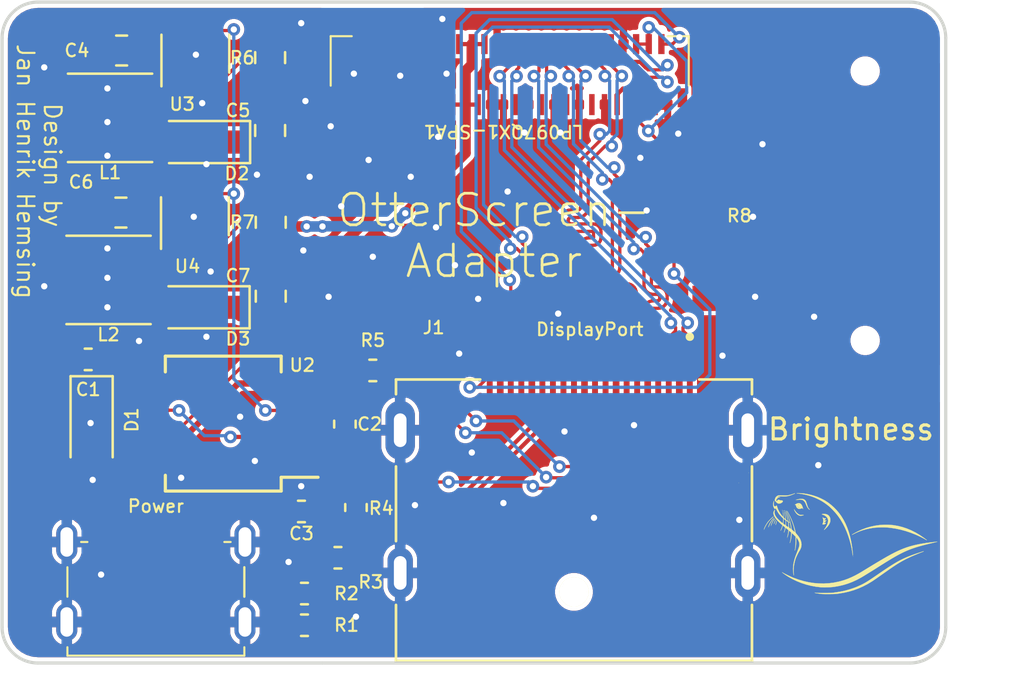
<source format=kicad_pcb>
(kicad_pcb (version 20171130) (host pcbnew 5.0.1)
  (layers (0 F.Cu signal) (31 B.Cu signal) (34 B.Paste user) (35 F.Paste user) (36 B.SilkS user) (37 F.SilkS user) (38 B.Mask user) (39 F.Mask user) (44 Edge.Cuts user))
  (net 0 "")
  (net 1 GND)
  (net 2 +3V3)
  (net 3 HPD)
  (net 4 "Net-(J1-Pad13)")
  (net 5 "Net-(J1-Pad14)")
  (net 6 "Net-(J2-Pad3)")
  (net 7 "Net-(J2-Pad4)")
  (net 8 +5V)
  (net 9 L3_P)
  (net 10 AUX_N)
  (net 11 L0_N)
  (net 12 L0_P)
  (net 13 L1_N)
  (net 14 L1_P)
  (net 15 L3_N)
  (net 16 L2_P)
  (net 17 L2_N)
  (net 18 AUX_P)
  (net 19 "Net-(C1-Pad1)")
  (net 20 "Net-(C3-Pad1)")
  (net 21 LEDA1)
  (net 22 LEDA2)
  (net 23 "Net-(D2-Pad2)")
  (net 24 "Net-(D3-Pad2)")
  (net 25 "Net-(R5-Pad2)")
  (net 26 LEDC1)
  (net 27 LEDC2)
  (net 28 "Net-(R8-Pad/2)")
  (net 29 "Net-(R8-Pad/1)")
  (net 30 PWM)
  (net 31 "Net-(U3-Pad5)")
  (net 32 "Net-(U4-Pad5)")
  (net 33 "Net-(D1-Pad2)")
  (module 47272-0001:MOLEX_47272-0001 (layer F.Cu) (at 148.15 145.5)
    (fp_text reference J1 (at -6.66 -15.835) (layer F.SilkS) (effects (font (size 0.6 0.6) (thickness 0.1))))
    (fp_text value 47272-0001 hide)
    (pad 1 smd rect (at 5.5 -13.56 90) (size 2.4 0.28) (layers F.Cu F.Paste F.Mask) (net 15 L3_N))
    (pad S1 thru_hole oval (at -8.25 -10.96 90) (size 2.8 1.4) (drill oval 1.6 0.6) (layers *.Cu *.Mask) (net 1 GND))
    (pad S3 thru_hole oval (at -8.25 -4.18 90) (size 2.4 1.2) (drill oval 1.6 0.6) (layers *.Cu *.Mask) (net 1 GND))
    (pad Hole np_thru_hole circle (at 0 -3.28) (size 1.4 1.4) (drill 1.4) (layers *.Cu *.Mask F.SilkS))
    (pad S2 thru_hole oval (at 8.25 -10.96 90) (size 2.8 1.4) (drill oval 1.6 0.6) (layers *.Cu *.Mask) (net 1 GND))
    (pad S4 thru_hole oval (at 8.25 -4.18 90) (size 2.4 1.2) (drill oval 1.6 0.6) (layers *.Cu *.Mask) (net 1 GND))
    (pad 2 smd rect (at 5 -13.56 90) (size 2.4 0.28) (layers F.Cu F.Paste F.Mask) (net 1 GND))
    (pad 3 smd rect (at 4.5 -13.56 90) (size 2.4 0.28) (layers F.Cu F.Paste F.Mask) (net 9 L3_P))
    (pad 4 smd rect (at 4 -13.56 90) (size 2.4 0.28) (layers F.Cu F.Paste F.Mask) (net 17 L2_N))
    (pad 5 smd rect (at 3.5 -13.56 90) (size 2.4 0.28) (layers F.Cu F.Paste F.Mask) (net 1 GND))
    (pad 6 smd rect (at 3 -13.56 90) (size 2.4 0.28) (layers F.Cu F.Paste F.Mask) (net 16 L2_P))
    (pad 7 smd rect (at 2.5 -13.56 90) (size 2.4 0.28) (layers F.Cu F.Paste F.Mask) (net 13 L1_N))
    (pad 8 smd rect (at 2 -13.56 90) (size 2.4 0.28) (layers F.Cu F.Paste F.Mask) (net 1 GND))
    (pad 9 smd rect (at 1.5 -13.56 90) (size 2.4 0.28) (layers F.Cu F.Paste F.Mask) (net 14 L1_P))
    (pad 10 smd rect (at 1 -13.56 90) (size 2.4 0.28) (layers F.Cu F.Paste F.Mask) (net 11 L0_N))
    (pad 11 smd rect (at 0.5 -13.56 90) (size 2.4 0.28) (layers F.Cu F.Paste F.Mask) (net 1 GND))
    (pad 12 smd rect (at 0 -13.56 90) (size 2.4 0.28) (layers F.Cu F.Paste F.Mask) (net 12 L0_P))
    (pad 13 smd rect (at -0.5 -13.56 90) (size 2.4 0.28) (layers F.Cu F.Paste F.Mask) (net 4 "Net-(J1-Pad13)"))
    (pad 14 smd rect (at -1 -13.56 90) (size 2.4 0.28) (layers F.Cu F.Paste F.Mask) (net 5 "Net-(J1-Pad14)"))
    (pad 15 smd rect (at -1.5 -13.56 90) (size 2.4 0.28) (layers F.Cu F.Paste F.Mask) (net 18 AUX_P))
    (pad 16 smd rect (at -2 -13.56 90) (size 2.4 0.28) (layers F.Cu F.Paste F.Mask) (net 1 GND))
    (pad 17 smd rect (at -2.5 -13.56 90) (size 2.4 0.28) (layers F.Cu F.Paste F.Mask) (net 10 AUX_N))
    (pad 18 smd rect (at -3 -13.56 90) (size 2.4 0.28) (layers F.Cu F.Paste F.Mask) (net 3 HPD))
    (pad 19 smd rect (at -3.5 -13.56 90) (size 2.4 0.28) (layers F.Cu F.Paste F.Mask) (net 1 GND))
    (pad 20 smd rect (at -4 -13.56 90) (size 2.4 0.28) (layers F.Cu F.Paste F.Mask) (net 2 +3V3))
  )
  (module otter:otter_wave_118 (layer F.Cu) (at 160.8 139.9)
    (fp_text reference G*** hide)
    (fp_text value LOGO hide)
  )
  (module Package_TO_SOT_SMD:SOT-23-6 (layer F.Cu) (at 130.153932 124.374265 90)
    (fp_text reference U4 (at -2.375735 -0.353932 180) (layer F.SilkS) (effects (font (size 0.6 0.6) (thickness 0.1))))
    (fp_text value DIO5661)
    (pad 5 smd rect (at 1.1 0 90) (size 1.06 0.65) (layers F.Cu F.Paste F.Mask) (net 32 "Net-(U4-Pad5)"))
    (pad 6 smd rect (at 1.1 -0.95 90) (size 1.06 0.65) (layers F.Cu F.Paste F.Mask) (net 8 +5V))
    (pad 4 smd rect (at 1.1 0.95 90) (size 1.06 0.65) (layers F.Cu F.Paste F.Mask) (net 30 PWM))
    (pad 3 smd rect (at -1.1 0.95 90) (size 1.06 0.65) (layers F.Cu F.Paste F.Mask) (net 27 LEDC2))
    (pad 2 smd rect (at -1.1 0 90) (size 1.06 0.65) (layers F.Cu F.Paste F.Mask) (net 1 GND))
    (pad 1 smd rect (at -1.1 -0.95 90) (size 1.06 0.65) (layers F.Cu F.Paste F.Mask) (net 24 "Net-(D3-Pad2)"))
  )
  (module Package_TO_SOT_SMD:SOT-23-6 (layer F.Cu) (at 130.175 116.65 90)
    (fp_text reference U3 (at -2.4 -0.625 180) (layer F.SilkS) (effects (font (size 0.6 0.6) (thickness 0.1))))
    (fp_text value DIO5661)
    (pad 5 smd rect (at 1.1 0 90) (size 1.06 0.65) (layers F.Cu F.Paste F.Mask) (net 31 "Net-(U3-Pad5)"))
    (pad 6 smd rect (at 1.1 -0.95 90) (size 1.06 0.65) (layers F.Cu F.Paste F.Mask) (net 8 +5V))
    (pad 4 smd rect (at 1.1 0.95 90) (size 1.06 0.65) (layers F.Cu F.Paste F.Mask) (net 30 PWM))
    (pad 3 smd rect (at -1.1 0.95 90) (size 1.06 0.65) (layers F.Cu F.Paste F.Mask) (net 26 LEDC1))
    (pad 2 smd rect (at -1.1 0 90) (size 1.06 0.65) (layers F.Cu F.Paste F.Mask) (net 1 GND))
    (pad 1 smd rect (at -1.1 -0.95 90) (size 1.06 0.65) (layers F.Cu F.Paste F.Mask) (net 23 "Net-(D2-Pad2)"))
  )
  (module Package_SO:SO-8_5.3x6.2mm_P1.27mm (layer F.Cu) (at 131.5 134.225 180)
    (fp_text reference U2 (at -3.75 2.775) (layer F.SilkS) (effects (font (size 0.6 0.6) (thickness 0.1))))
    (fp_text value NE555)
    (pad 8 smd rect (at 3.7 -1.905 180) (size 1.75 0.55) (layers F.Cu F.Paste F.Mask) (net 8 +5V))
    (pad 7 smd rect (at 3.7 -0.635 180) (size 1.75 0.55) (layers F.Cu F.Paste F.Mask) (net 33 "Net-(D1-Pad2)"))
    (pad 6 smd rect (at 3.7 0.635 180) (size 1.75 0.55) (layers F.Cu F.Paste F.Mask) (net 20 "Net-(C3-Pad1)"))
    (pad 5 smd rect (at 3.7 1.905 180) (size 1.75 0.55) (layers F.Cu F.Paste F.Mask) (net 19 "Net-(C1-Pad1)"))
    (pad 4 smd rect (at -3.7 1.905 180) (size 1.75 0.55) (layers F.Cu F.Paste F.Mask) (net 8 +5V))
    (pad 3 smd rect (at -3.7 0.635 180) (size 1.75 0.55) (layers F.Cu F.Paste F.Mask) (net 30 PWM))
    (pad 2 smd rect (at -3.7 -0.635 180) (size 1.75 0.55) (layers F.Cu F.Paste F.Mask) (net 20 "Net-(C3-Pad1)"))
    (pad 1 smd rect (at -3.7 -1.905 180) (size 1.75 0.55) (layers F.Cu F.Paste F.Mask) (net 1 GND))
  )
  (module otter:RK14J12R0A09 (layer F.Cu) (at 161.975 124.275 270)
    (fp_text reference R8 (at 0.075 5.975 180) (layer F.SilkS) (effects (font (size 0.6 0.6) (thickness 0.1))))
    (fp_text value RK14J12R0A09)
    (pad "" np_thru_hole circle (at 6 0 270) (size 1 1) (drill 1) (layers *.Cu *.Mask))
    (pad "" np_thru_hole circle (at -6.8 0 270) (size 1 1) (drill 1) (layers *.Cu *.Mask))
    (pad MP smd rect (at -8.05 -2.5 270) (size 1.5 1.4) (layers F.Cu F.Paste F.Mask))
    (pad MP smd rect (at 8.05 -2.5 270) (size 1.5 1.4) (layers F.Cu F.Paste F.Mask))
    (pad 2 smd rect (at 4 7.5 270) (size 1.2 1.4) (layers F.Cu F.Paste F.Mask) (net 33 "Net-(D1-Pad2)"))
    (pad 1 smd rect (at -4 7.5 270) (size 1.2 1.4) (layers F.Cu F.Paste F.Mask) (net 20 "Net-(C3-Pad1)"))
    (pad /2 smd rect (at 2 7.5 270) (size 1.2 1.4) (layers F.Cu F.Paste F.Mask) (net 28 "Net-(R8-Pad/2)"))
    (pad /1 smd rect (at -2 7.5 270) (size 1.2 1.4) (layers F.Cu F.Paste F.Mask) (net 29 "Net-(R8-Pad/1)"))
    (pad 3 smd rect (at 0 7.5 270) (size 1.2 1.4) (layers F.Cu F.Paste F.Mask) (net 25 "Net-(R5-Pad2)"))
  )
  (module Resistor_SMD:R_0805_2012Metric (layer F.Cu) (at 133.753932 124.661765 90)
    (fp_text reference R7 (at 0 -1.353932 180) (layer F.SilkS) (effects (font (size 0.6 0.6) (thickness 0.1))))
    (fp_text value R8)
    (pad 2 smd roundrect (at 0.9375 0 90) (size 0.975 1.4) (layers F.Cu F.Paste F.Mask) (net 1 GND))
    (pad 1 smd roundrect (at -0.9375 0 90) (size 0.975 1.4) (layers F.Cu F.Paste F.Mask) (net 27 LEDC2))
  )
  (module Resistor_SMD:R_0805_2012Metric (layer F.Cu) (at 133.725 116.837501 90)
    (fp_text reference R6 (at -0.012499 -1.325 180) (layer F.SilkS) (effects (font (size 0.6 0.6) (thickness 0.1))))
    (fp_text value R8)
    (pad 2 smd roundrect (at 0.9375 0 90) (size 0.975 1.4) (layers F.Cu F.Paste F.Mask) (net 1 GND))
    (pad 1 smd roundrect (at -0.9375 0 90) (size 0.975 1.4) (layers F.Cu F.Paste F.Mask) (net 26 LEDC1))
  )
  (module Resistor_SMD:R_0603_1608Metric (layer F.Cu) (at 138.6 131.7)
    (fp_text reference R5 (at 0 -1.43) (layer F.SilkS) (effects (font (size 0.6 0.6) (thickness 0.1))))
    (fp_text value 100)
    (pad 2 smd roundrect (at 0.7875 0) (size 0.875 0.95) (layers F.Cu F.Paste F.Mask) (net 25 "Net-(R5-Pad2)"))
    (pad 1 smd roundrect (at -0.7875 0) (size 0.875 0.95) (layers F.Cu F.Paste F.Mask) (net 8 +5V))
  )
  (module Inductor_SMD:L_Taiyo-Yuden_MD-4040 (layer F.Cu) (at 126.053932 127.4)
    (fp_text reference L2 (at -0.003932 2.6) (layer F.SilkS) (effects (font (size 0.6 0.6) (thickness 0.1))))
    (fp_text value 22uH)
    (pad 2 smd rect (at 1.4 0) (size 1.2 3.7) (layers F.Cu F.Paste F.Mask) (net 24 "Net-(D3-Pad2)"))
    (pad 1 smd rect (at -1.4 0) (size 1.2 3.7) (layers F.Cu F.Paste F.Mask) (net 8 +5V))
  )
  (module Inductor_SMD:L_Taiyo-Yuden_MD-4040 (layer F.Cu) (at 126.125 119.7)
    (fp_text reference L1 (at 0 2.6) (layer F.SilkS) (effects (font (size 0.6 0.6) (thickness 0.1))))
    (fp_text value 22uH)
    (pad 2 smd rect (at 1.4 0) (size 1.2 3.7) (layers F.Cu F.Paste F.Mask) (net 23 "Net-(D2-Pad2)"))
    (pad 1 smd rect (at -1.4 0) (size 1.2 3.7) (layers F.Cu F.Paste F.Mask) (net 8 +5V))
  )
  (module Diode_SMD:D_SOD-123F (layer F.Cu) (at 130.55 128.7 180)
    (fp_text reference D3 (at -1.65 -1.5) (layer F.SilkS) (effects (font (size 0.6 0.6) (thickness 0.1))))
    (fp_text value SS34)
    (pad 2 smd rect (at 1.4 0 180) (size 1.1 1.1) (layers F.Cu F.Paste F.Mask) (net 24 "Net-(D3-Pad2)"))
    (pad 1 smd rect (at -1.4 0 180) (size 1.1 1.1) (layers F.Cu F.Paste F.Mask) (net 22 LEDA2))
  )
  (module Diode_SMD:D_SOD-123F (layer F.Cu) (at 130.575 120.85 180)
    (fp_text reference D2 (at -1.575 -1.5) (layer F.SilkS) (effects (font (size 0.6 0.6) (thickness 0.1))))
    (fp_text value SS34)
    (pad 2 smd rect (at 1.4 0 180) (size 1.1 1.1) (layers F.Cu F.Paste F.Mask) (net 23 "Net-(D2-Pad2)"))
    (pad 1 smd rect (at -1.4 0 180) (size 1.1 1.1) (layers F.Cu F.Paste F.Mask) (net 21 LEDA1))
  )
  (module Diode_SMD:D_SOD-123F (layer F.Cu) (at 125.250001 134.175 270)
    (fp_text reference D1 (at -0.127 -1.905 90) (layer F.SilkS) (effects (font (size 0.6 0.6) (thickness 0.1))))
    (fp_text value D)
    (pad 2 smd rect (at 1.4 0 270) (size 1.1 1.1) (layers F.Cu F.Paste F.Mask) (net 33 "Net-(D1-Pad2)"))
    (pad 1 smd rect (at -1.4 0 270) (size 1.1 1.1) (layers F.Cu F.Paste F.Mask) (net 20 "Net-(C3-Pad1)"))
  )
  (module Capacitor_SMD:C_0805_2012Metric (layer F.Cu) (at 133.753932 128.174264 90)
    (fp_text reference C7 (at 0.974264 -1.553932 180) (layer F.SilkS) (effects (font (size 0.6 0.6) (thickness 0.1))))
    (fp_text value 0.47uF)
    (pad 2 smd roundrect (at 0.9375 0 90) (size 0.975 1.4) (layers F.Cu F.Paste F.Mask) (net 1 GND))
    (pad 1 smd roundrect (at -0.9375 0 90) (size 0.975 1.4) (layers F.Cu F.Paste F.Mask) (net 22 LEDA2))
  )
  (module Capacitor_SMD:C_0805_2012Metric (layer F.Cu) (at 126.641432 124.2)
    (fp_text reference C6 (at -1.891432 -1.45) (layer F.SilkS) (effects (font (size 0.6 0.6) (thickness 0.1))))
    (fp_text value 10uF)
    (pad 2 smd roundrect (at 0.9375 0) (size 0.975 1.4) (layers F.Cu F.Paste F.Mask) (net 1 GND))
    (pad 1 smd roundrect (at -0.9375 0) (size 0.975 1.4) (layers F.Cu F.Paste F.Mask) (net 8 +5V))
  )
  (module Capacitor_SMD:C_0805_2012Metric (layer F.Cu) (at 133.725 120.3 90)
    (fp_text reference C5 (at 0.95 -1.525 180) (layer F.SilkS) (effects (font (size 0.6 0.6) (thickness 0.1))))
    (fp_text value 0.47uF)
    (pad 2 smd roundrect (at 0.9375 0 90) (size 0.975 1.4) (layers F.Cu F.Paste F.Mask) (net 1 GND))
    (pad 1 smd roundrect (at -0.9375 0 90) (size 0.975 1.4) (layers F.Cu F.Paste F.Mask) (net 21 LEDA1))
  )
  (module Capacitor_SMD:C_0805_2012Metric (layer F.Cu) (at 126.675 116.5)
    (fp_text reference C4 (at -2.125 0) (layer F.SilkS) (effects (font (size 0.6 0.6) (thickness 0.1))))
    (fp_text value 10uF)
    (pad 2 smd roundrect (at 0.9375 0) (size 0.975 1.4) (layers F.Cu F.Paste F.Mask) (net 1 GND))
    (pad 1 smd roundrect (at -0.9375 0) (size 0.975 1.4) (layers F.Cu F.Paste F.Mask) (net 8 +5V))
  )
  (module Capacitor_SMD:C_0603_1608Metric (layer F.Cu) (at 135.2125 138.4)
    (fp_text reference C3 (at 0 1.05) (layer F.SilkS) (effects (font (size 0.6 0.6) (thickness 0.1))))
    (fp_text value 1n)
    (pad 2 smd roundrect (at 0.7875 0) (size 0.875 0.95) (layers F.Cu F.Paste F.Mask) (net 1 GND))
    (pad 1 smd roundrect (at -0.7875 0) (size 0.875 0.95) (layers F.Cu F.Paste F.Mask) (net 20 "Net-(C3-Pad1)"))
  )
  (module Capacitor_SMD:C_0603_1608Metric (layer F.Cu) (at 137.275 134.25 270)
    (fp_text reference C2 (at 0 -1.175 180) (layer F.SilkS) (effects (font (size 0.6 0.6) (thickness 0.1))))
    (fp_text value 100n)
    (pad 2 smd roundrect (at 0.7875 0 270) (size 0.875 0.95) (layers F.Cu F.Paste F.Mask) (net 1 GND))
    (pad 1 smd roundrect (at -0.7875 0 270) (size 0.875 0.95) (layers F.Cu F.Paste F.Mask) (net 8 +5V))
  )
  (module Capacitor_SMD:C_0603_1608Metric (layer F.Cu) (at 125.087501 131.175 180)
    (fp_text reference C1 (at 0 -1.43) (layer F.SilkS) (effects (font (size 0.6 0.6) (thickness 0.1))))
    (fp_text value 100n)
    (pad 2 smd roundrect (at 0.7875 0 180) (size 0.875 0.95) (layers F.Cu F.Paste F.Mask) (net 1 GND))
    (pad 1 smd roundrect (at -0.7875 0 180) (size 0.875 0.95) (layers F.Cu F.Paste F.Mask) (net 19 "Net-(C1-Pad1)"))
  )
  (module otter:USB-C_Power (layer F.Cu) (at 128.3 139.85)
    (fp_text reference J2 hide)
    (fp_text value USB-C_Power)
    (pad 1 smd rect (at -2.7 0) (size 0.8 1) (layers F.Cu F.Paste F.Mask) (net 1 GND))
    (pad 3 smd rect (at -0.5 0) (size 0.7 1) (layers F.Cu F.Paste F.Mask) (net 6 "Net-(J2-Pad3)"))
    (pad 2 smd rect (at -1.5 0) (size 0.7 1) (layers F.Cu F.Paste F.Mask) (net 8 +5V))
    (pad 4 smd rect (at 0.5 0) (size 0.7 1) (layers F.Cu F.Paste F.Mask) (net 7 "Net-(J2-Pad4)"))
    (pad 5 smd rect (at 1.5 0) (size 0.7 1) (layers F.Cu F.Paste F.Mask) (net 8 +5V))
    (pad 6 smd rect (at 2.7 0) (size 0.8 1) (layers F.Cu F.Paste F.Mask) (net 1 GND))
    (pad 7 thru_hole oval (at -4.23 0) (size 1 1.8) (drill oval 0.6 1.4) (layers *.Cu *.Mask) (net 1 GND))
    (pad 7 thru_hole oval (at 4.23 0) (size 1 1.8) (drill oval 0.6 1.4) (layers *.Cu *.Mask) (net 1 GND))
    (pad 7 thru_hole oval (at -4.23 3.8) (size 1 1.8) (drill oval 0.6 1.4) (layers *.Cu *.Mask) (net 1 GND))
    (pad 7 thru_hole oval (at 4.23 3.8) (size 1 1.8) (drill oval 0.6 1.4) (layers *.Cu *.Mask) (net 1 GND))
  )
  (module Resistor_SMD:R_0603_1608Metric (layer F.Cu) (at 137.8 138.2125 90)
    (fp_text reference R4 (at -0.0375 1.2 180) (layer F.SilkS) (effects (font (size 0.6 0.6) (thickness 0.1))))
    (fp_text value 0)
    (pad 2 smd roundrect (at 0.7875 0 90) (size 0.875 0.95) (layers F.Cu F.Paste F.Mask) (net 1 GND))
    (pad 1 smd roundrect (at -0.7875 0 90) (size 0.875 0.95) (layers F.Cu F.Paste F.Mask) (net 5 "Net-(J1-Pad14)"))
  )
  (module Resistor_SMD:R_0603_1608Metric (layer F.Cu) (at 136.944999 140.6 180)
    (fp_text reference R3 (at -1.555001 -1.15) (layer F.SilkS) (effects (font (size 0.6 0.6) (thickness 0.1))))
    (fp_text value 0)
    (pad 1 smd roundrect (at -0.7875 0 180) (size 0.875 0.95) (layers F.Cu F.Paste F.Mask) (net 4 "Net-(J1-Pad13)"))
    (pad 2 smd roundrect (at 0.7875 0 180) (size 0.875 0.95) (layers F.Cu F.Paste F.Mask) (net 1 GND))
  )
  (module Resistor_SMD:R_0603_1608Metric (layer F.Cu) (at 135.355001 142.3)
    (fp_text reference R2 (at 1.994999 0) (layer F.SilkS) (effects (font (size 0.6 0.6) (thickness 0.1))))
    (fp_text value 5K1)
    (pad 2 smd roundrect (at 0.7875 0) (size 0.875 0.95) (layers F.Cu F.Paste F.Mask) (net 1 GND))
    (pad 1 smd roundrect (at -0.7875 0) (size 0.875 0.95) (layers F.Cu F.Paste F.Mask) (net 7 "Net-(J2-Pad4)"))
  )
  (module Resistor_SMD:R_0603_1608Metric (layer F.Cu) (at 135.355 143.805001)
    (fp_text reference R1 (at 1.995 -0.005001) (layer F.SilkS) (effects (font (size 0.6 0.6) (thickness 0.1))))
    (fp_text value 5K1)
    (pad 1 smd roundrect (at -0.7875 0) (size 0.875 0.95) (layers F.Cu F.Paste F.Mask) (net 6 "Net-(J2-Pad3)"))
    (pad 2 smd roundrect (at 0.7875 0) (size 0.875 0.95) (layers F.Cu F.Paste F.Mask) (net 1 GND))
  )
  (module otter:5022505191 (layer F.Cu) (at 145.4 117.47)
    (fp_text reference U1 hide)
    (fp_text value 5022505191)
    (pad 44 smd rect (at -5.7 -1.275) (size 0.3 0.95) (layers F.Cu F.Paste F.Mask))
    (pad 46 smd rect (at -6.3 -1.275) (size 0.3 0.95) (layers F.Cu F.Paste F.Mask) (net 22 LEDA2))
    (pad 48 smd rect (at -6.9 -1.275) (size 0.3 0.95) (layers F.Cu F.Paste F.Mask) (net 21 LEDA1))
    (pad 42 smd rect (at -5.1 -1.275) (size 0.3 0.95) (layers F.Cu F.Paste F.Mask) (net 26 LEDC1))
    (pad 40 smd rect (at -4.5 -1.275) (size 0.3 0.95) (layers F.Cu F.Paste F.Mask) (net 26 LEDC1))
    (pad 38 smd rect (at -3.9 -1.275) (size 0.3 0.95) (layers F.Cu F.Paste F.Mask) (net 26 LEDC1))
    (pad 26 smd rect (at -0.3 -1.275) (size 0.3 0.95) (layers F.Cu F.Paste F.Mask) (net 9 L3_P))
    (pad 28 smd rect (at -0.9 -1.275) (size 0.3 0.95) (layers F.Cu F.Paste F.Mask) (net 1 GND))
    (pad 30 smd rect (at -1.5 -1.275) (size 0.3 0.95) (layers F.Cu F.Paste F.Mask) (net 27 LEDC2))
    (pad 36 smd rect (at -3.3 -1.275) (size 0.3 0.95) (layers F.Cu F.Paste F.Mask) (net 1 GND))
    (pad 34 smd rect (at -2.7 -1.275) (size 0.3 0.95) (layers F.Cu F.Paste F.Mask) (net 27 LEDC2))
    (pad 32 smd rect (at -2.1 -1.275) (size 0.3 0.95) (layers F.Cu F.Paste F.Mask) (net 27 LEDC2))
    (pad 8 smd rect (at 5.1 -1.275) (size 0.3 0.95) (layers F.Cu F.Paste F.Mask) (net 1 GND))
    (pad 10 smd rect (at 4.5 -1.275) (size 0.3 0.95) (layers F.Cu F.Paste F.Mask) (net 10 AUX_N))
    (pad 12 smd rect (at 3.9 -1.275) (size 0.3 0.95) (layers F.Cu F.Paste F.Mask) (net 11 L0_N))
    (pad 6 smd rect (at 5.7 -1.275) (size 0.3 0.95) (layers F.Cu F.Paste F.Mask) (net 2 +3V3))
    (pad 4 smd rect (at 6.3 -1.275) (size 0.3 0.95) (layers F.Cu F.Paste F.Mask) (net 2 +3V3))
    (pad 2 smd rect (at 6.9 -1.275) (size 0.3 0.95) (layers F.Cu F.Paste F.Mask) (net 3 HPD))
    (pad 14 smd rect (at 3.3 -1.275) (size 0.3 0.95) (layers F.Cu F.Paste F.Mask) (net 12 L0_P))
    (pad 16 smd rect (at 2.7 -1.275) (size 0.3 0.95) (layers F.Cu F.Paste F.Mask) (net 13 L1_N))
    (pad 18 smd rect (at 2.1 -1.275) (size 0.3 0.95) (layers F.Cu F.Paste F.Mask) (net 14 L1_P))
    (pad 24 smd rect (at 0.3 -1.275) (size 0.3 0.95) (layers F.Cu F.Paste F.Mask) (net 15 L3_N))
    (pad 22 smd rect (at 0.9 -1.275) (size 0.3 0.95) (layers F.Cu F.Paste F.Mask) (net 16 L2_P))
    (pad 20 smd rect (at 1.5 -1.275) (size 0.3 0.95) (layers F.Cu F.Paste F.Mask) (net 17 L2_N))
    (pad 50 smd rect (at -7.5 -1.275) (size 0.3 0.95) (layers F.Cu F.Paste F.Mask))
    (pad 1 smd rect (at 7.2 1.6) (size 0.26 1) (layers F.Cu F.Paste F.Mask) (net 1 GND))
    (pad 3 smd rect (at 6.6 1.6) (size 0.26 1) (layers F.Cu F.Paste F.Mask) (net 1 GND))
    (pad 5 smd rect (at 6 1.6) (size 0.26 1) (layers F.Cu F.Paste F.Mask) (net 2 +3V3))
    (pad 7 smd rect (at 5.4 1.6) (size 0.26 1) (layers F.Cu F.Paste F.Mask) (net 2 +3V3))
    (pad 9 smd rect (at 4.8 1.6) (size 0.26 1) (layers F.Cu F.Paste F.Mask) (net 18 AUX_P))
    (pad 11 smd rect (at 4.2 1.6) (size 0.26 1) (layers F.Cu F.Paste F.Mask) (net 1 GND))
    (pad 13 smd rect (at 3.6 1.6) (size 0.26 1) (layers F.Cu F.Paste F.Mask))
    (pad 15 smd rect (at 3 1.6) (size 0.26 1) (layers F.Cu F.Paste F.Mask) (net 1 GND))
    (pad 17 smd rect (at 2.4 1.6) (size 0.26 1) (layers F.Cu F.Paste F.Mask))
    (pad 19 smd rect (at 1.8 1.6) (size 0.26 1) (layers F.Cu F.Paste F.Mask) (net 1 GND))
    (pad 21 smd rect (at 1.2 1.6) (size 0.26 1) (layers F.Cu F.Paste F.Mask))
    (pad 23 smd rect (at 0.6 1.6) (size 0.26 1) (layers F.Cu F.Paste F.Mask) (net 1 GND))
    (pad 25 smd rect (at 0 1.6) (size 0.26 1) (layers F.Cu F.Paste F.Mask))
    (pad 27 smd rect (at -0.6 1.6) (size 0.26 1) (layers F.Cu F.Paste F.Mask) (net 1 GND))
    (pad 29 smd rect (at -1.2 1.6) (size 0.26 1) (layers F.Cu F.Paste F.Mask) (net 1 GND))
    (pad 31 smd rect (at -1.8 1.6) (size 0.26 1) (layers F.Cu F.Paste F.Mask) (net 27 LEDC2))
    (pad 33 smd rect (at -2.4 1.6) (size 0.26 1) (layers F.Cu F.Paste F.Mask) (net 27 LEDC2))
    (pad 35 smd rect (at -3 1.6) (size 0.26 1) (layers F.Cu F.Paste F.Mask) (net 27 LEDC2))
    (pad 37 smd rect (at -3.6 1.6) (size 0.26 1) (layers F.Cu F.Paste F.Mask) (net 26 LEDC1))
    (pad 39 smd rect (at -4.2 1.6) (size 0.26 1) (layers F.Cu F.Paste F.Mask) (net 26 LEDC1))
    (pad 41 smd rect (at -4.8 1.6) (size 0.26 1) (layers F.Cu F.Paste F.Mask) (net 26 LEDC1))
    (pad 43 smd rect (at -5.4 1.6) (size 0.26 1) (layers F.Cu F.Paste F.Mask) (net 1 GND))
    (pad 45 smd rect (at -6 1.6) (size 0.26 1) (layers F.Cu F.Paste F.Mask) (net 22 LEDA2))
    (pad 47 smd rect (at -6.6 1.6) (size 0.26 1) (layers F.Cu F.Paste F.Mask))
    (pad 49 smd rect (at -7.2 1.6) (size 0.26 1) (layers F.Cu F.Paste F.Mask) (net 21 LEDA1))
    (pad 51 smd rect (at -7.8 1.6) (size 0.26 1) (layers F.Cu F.Paste F.Mask) (net 1 GND))
    (pad 52 smd rect (at 7.9 1.275) (size 0.45 0.9) (layers F.Cu F.Paste F.Mask))
    (pad 53 smd rect (at -8.5 1.275) (size 0.45 0.9) (layers F.Cu F.Paste F.Mask))
  )
  (gr_text "Design by \nJan Henrik Hemsing" (at 122.75 122.25 270) (layer F.SilkS) (effects (font (size 0.8 0.8) (thickness 0.1))))
  (gr_text DisplayPort (at 148.9 129.75) (layer F.SilkS) (effects (font (size 0.6 0.6) (thickness 0.1))))
  (gr_text Power (at 128.3 138.15) (layer F.SilkS) (effects (font (size 0.6 0.6) (thickness 0.1))))
  (gr_text LP097QX1-SPA1 (at 144.8 120.35 180) (layer F.SilkS) (effects (font (size 0.6 0.6) (thickness 0.1))))
  (gr_text "OtterScreen-\nAdapter" (at 144.35 125.3) (layer F.SilkS) (effects (font (size 1.5 1.5) (thickness 0.13))))
  (gr_text Brightness (at 161.3 134.5) (layer F.SilkS) (effects (font (size 1 1))))
  (gr_arc (start 164.1 115.900001) (end 165.8 115.9) (angle -90) (layer Edge.Cuts) (width 0.15))
  (gr_arc (start 122.700001 115.9) (end 122.7 114.2) (angle -90) (layer Edge.Cuts) (width 0.15))
  (gr_arc (start 122.7 143.899999) (end 121 143.9) (angle -90) (layer Edge.Cuts) (width 0.15))
  (gr_arc (start 164.1 143.9) (end 164.1 145.6) (angle -90) (layer Edge.Cuts) (width 0.15))
  (gr_line (start 164.1 145.6) (end 136.2 145.6) (layer Edge.Cuts) (width 0.15))
  (gr_line (start 165.8 115.9) (end 165.8 143.9) (layer Edge.Cuts) (width 0.15))
  (gr_line (start 122.7 114.2) (end 164.099999 114.200001) (layer Edge.Cuts) (width 0.15))
  (gr_line (start 121 143.9) (end 121.000001 115.900001) (layer Edge.Cuts) (width 0.15))
  (gr_line (start 136.2 145.6) (end 122.700001 145.599999) (layer Edge.Cuts) (width 0.15))
  (segment (start 139.9 134.54) (end 139.88101 134.54) (width 0.154) (layer F.Cu) (net 1))
  (segment (start 156.4 134.54) (end 156.38101 134.54) (width 0.154) (layer F.Cu) (net 1))
  (segment (start 156.38101 134.54) (end 156.38101 134.3) (width 0.154) (layer F.Cu) (net 1))
  (via (at 142.1 117.6) (size 0.6) (drill 0.3) (layers F.Cu B.Cu) (net 1))
  (via (at 139.9 117.7) (size 0.6) (drill 0.3) (layers F.Cu B.Cu) (net 1))
  (via (at 137.7 117.6) (size 0.6) (drill 0.3) (layers F.Cu B.Cu) (net 1))
  (via (at 141.9 115) (size 0.6) (drill 0.3) (layers F.Cu B.Cu) (net 1))
  (via (at 141.7 120.6) (size 0.6) (drill 0.3) (layers F.Cu B.Cu) (net 1))
  (via (at 138.4 121.7) (size 0.6) (drill 0.3) (layers F.Cu B.Cu) (net 1))
  (via (at 140.4 122.5) (size 0.6) (drill 0.3) (layers F.Cu B.Cu) (net 1))
  (via (at 137.1 123.9) (size 0.6) (drill 0.3) (layers F.Cu B.Cu) (net 1))
  (via (at 135.6 122.5) (size 0.6) (drill 0.3) (layers F.Cu B.Cu) (net 1))
  (via (at 136.6 120.1) (size 0.6) (drill 0.3) (layers F.Cu B.Cu) (net 1))
  (via (at 135.4 118.9) (size 0.6) (drill 0.3) (layers F.Cu B.Cu) (net 1))
  (via (at 135.2 115.2) (size 0.6) (drill 0.3) (layers F.Cu B.Cu) (net 1))
  (via (at 130.2 116.7) (size 0.6) (drill 0.3) (layers F.Cu B.Cu) (net 1))
  (via (at 130.5 119) (size 0.6) (drill 0.3) (layers F.Cu B.Cu) (net 1))
  (via (at 126 118.3) (size 0.6) (drill 0.3) (layers F.Cu B.Cu) (net 1))
  (via (at 126 119.9) (size 0.6) (drill 0.3) (layers F.Cu B.Cu) (net 1))
  (via (at 126 121.5) (size 0.6) (drill 0.3) (layers F.Cu B.Cu) (net 1))
  (via (at 130.7 121.9) (size 0.6) (drill 0.3) (layers F.Cu B.Cu) (net 1))
  (via (at 133.1 122.4) (size 0.6) (drill 0.3) (layers F.Cu B.Cu) (net 1))
  (via (at 130.1 124.4) (size 0.6) (drill 0.3) (layers F.Cu B.Cu) (net 1))
  (via (at 126 125.9) (size 0.6) (drill 0.3) (layers F.Cu B.Cu) (net 1))
  (via (at 126 127.3) (size 0.6) (drill 0.3) (layers F.Cu B.Cu) (net 1))
  (via (at 126 128.7) (size 0.6) (drill 0.3) (layers F.Cu B.Cu) (net 1))
  (via (at 130.9 127) (size 0.6) (drill 0.3) (layers F.Cu B.Cu) (net 1))
  (via (at 130.7 130.1) (size 0.6) (drill 0.3) (layers F.Cu B.Cu) (net 1))
  (via (at 140.6 138.1) (size 0.6) (drill 0.3) (layers F.Cu B.Cu) (net 1))
  (via (at 132.3 133.9) (size 0.6) (drill 0.3) (layers F.Cu B.Cu) (net 1))
  (via (at 135.2 137.2) (size 0.6) (drill 0.3) (layers F.Cu B.Cu) (net 1))
  (via (at 133 136) (size 0.6) (drill 0.3) (layers F.Cu B.Cu) (net 1))
  (via (at 134.6 140.8) (size 0.6) (drill 0.3) (layers F.Cu B.Cu) (net 1))
  (via (at 137.8 143.4) (size 0.6) (drill 0.3) (layers F.Cu B.Cu) (net 1))
  (via (at 144.8 138) (size 0.6) (drill 0.3) (layers F.Cu B.Cu) (net 1))
  (via (at 155.2 131) (size 0.6) (drill 0.3) (layers F.Cu B.Cu) (net 1))
  (via (at 143.6 128.3) (size 0.6) (drill 0.3) (layers F.Cu B.Cu) (net 1))
  (via (at 142.7 130.9) (size 0.6) (drill 0.3) (layers F.Cu B.Cu) (net 1))
  (via (at 147.7 134.6) (size 0.6) (drill 0.3) (layers F.Cu B.Cu) (net 1))
  (via (at 151 134.3) (size 0.6) (drill 0.3) (layers F.Cu B.Cu) (net 1))
  (via (at 147.4 129) (size 0.6) (drill 0.3) (layers F.Cu B.Cu) (net 1))
  (via (at 145 123.2) (size 0.6) (drill 0.3) (layers F.Cu B.Cu) (net 1))
  (via (at 151.6 124.1) (size 0.6) (drill 0.3) (layers F.Cu B.Cu) (net 1))
  (via (at 151.3 121.6) (size 0.6) (drill 0.3) (layers F.Cu B.Cu) (net 1))
  (via (at 145.8 120.4) (size 0.6) (drill 0.3) (layers F.Cu B.Cu) (net 1))
  (via (at 147.5 120.4) (size 0.6) (drill 0.3) (layers F.Cu B.Cu) (net 1))
  (via (at 142.5 126.7) (size 0.6) (drill 0.3) (layers F.Cu B.Cu) (net 1))
  (via (at 141.6 124.9) (size 0.6) (drill 0.3) (layers F.Cu B.Cu) (net 1))
  (via (at 138.6 126.3) (size 0.6) (drill 0.3) (layers F.Cu B.Cu) (net 1))
  (via (at 136.5 128.2) (size 0.6) (drill 0.3) (layers F.Cu B.Cu) (net 1))
  (via (at 135.3 126) (size 0.6) (drill 0.3) (layers F.Cu B.Cu) (net 1))
  (via (at 123 127.7) (size 0.6) (drill 0.3) (layers F.Cu B.Cu) (net 1))
  (via (at 123 117.3) (size 0.6) (drill 0.3) (layers F.Cu B.Cu) (net 1))
  (via (at 125.7 141.4) (size 0.6) (drill 0.3) (layers F.Cu B.Cu) (net 1))
  (via (at 125.3 136.9) (size 0.6) (drill 0.3) (layers F.Cu B.Cu) (net 1))
  (via (at 129.5 136.8) (size 0.6) (drill 0.3) (layers F.Cu B.Cu) (net 1))
  (via (at 125.2 134.2) (size 0.6) (drill 0.3) (layers F.Cu B.Cu) (net 1))
  (via (at 127.5 130.3) (size 0.6) (drill 0.3) (layers F.Cu B.Cu) (net 1))
  (segment (start 137.275 135.0375) (end 138.2625 135.0375) (width 0.154) (layer F.Cu) (net 1))
  (segment (start 138.2625 135.0375) (end 138.76 134.54) (width 0.154) (layer F.Cu) (net 1))
  (via (at 143.3 135.6) (size 0.6) (drill 0.3) (layers F.Cu B.Cu) (net 1))
  (via (at 153.1 120.45) (size 0.6) (drill 0.3) (layers F.Cu B.Cu) (net 1))
  (via (at 156.75 128.2) (size 0.6) (drill 0.3) (layers F.Cu B.Cu) (net 1))
  (via (at 156.65 124.4) (size 0.6) (drill 0.3) (layers F.Cu B.Cu) (net 1))
  (via (at 157.1 120.95) (size 0.6) (drill 0.3) (layers F.Cu B.Cu) (net 1))
  (via (at 159.55 129.15) (size 0.6) (drill 0.3) (layers F.Cu B.Cu) (net 1))
  (via (at 159.75 136.2) (size 0.6) (drill 0.3) (layers F.Cu B.Cu) (net 1))
  (via (at 156 138.8) (size 0.6) (drill 0.3) (layers F.Cu B.Cu) (net 1))
  (via (at 149.1 138.7) (size 0.6) (drill 0.3) (layers F.Cu B.Cu) (net 1))
  (segment (start 151.1 116.195) (end 151.7 116.195) (width 0.154) (layer F.Cu) (net 2))
  (segment (start 151.4 119.07) (end 150.8 119.07) (width 0.154) (layer F.Cu) (net 2))
  (segment (start 150.8 119.07) (end 150.8 119.44) (width 0.154) (layer F.Cu) (net 2))
  (via (at 152.9 127.1) (size 0.6) (drill 0.3) (layers F.Cu B.Cu) (net 2))
  (segment (start 152.9 121.54) (end 152.9 127.1) (width 0.154) (layer F.Cu) (net 2))
  (segment (start 152.9 127.1) (end 154.6 128.8) (width 0.154) (layer B.Cu) (net 2))
  (segment (start 154.6 128.8) (end 154.6 131.9) (width 0.154) (layer B.Cu) (net 2))
  (segment (start 154.6 131.9) (end 154 132.5) (width 0.154) (layer B.Cu) (net 2))
  (via (at 143.2 132.5) (size 0.6) (drill 0.3) (layers F.Cu B.Cu) (net 2))
  (segment (start 154 132.5) (end 143.2 132.5) (width 0.154) (layer B.Cu) (net 2))
  (segment (start 143.59 132.5) (end 144.15 131.94) (width 0.154) (layer F.Cu) (net 2))
  (segment (start 143.2 132.5) (end 143.59 132.5) (width 0.154) (layer F.Cu) (net 2))
  (segment (start 151.7 116.195) (end 151.7 115.4) (width 0.154) (layer F.Cu) (net 2))
  (via (at 151.7 115.4) (size 0.6) (drill 0.3) (layers F.Cu B.Cu) (net 2))
  (via (at 151.68 120.32) (size 0.6) (drill 0.3) (layers F.Cu B.Cu) (net 2))
  (segment (start 150.8 119.44) (end 151.68 120.32) (width 0.154) (layer F.Cu) (net 2))
  (segment (start 151.68 120.32) (end 152.9 121.54) (width 0.154) (layer F.Cu) (net 2))
  (segment (start 151.68 120.32) (end 152.8 119.2) (width 0.154) (layer B.Cu) (net 2))
  (segment (start 152.8 119.2) (end 152.6 119.4) (width 0.154) (layer B.Cu) (net 2))
  (segment (start 151.7 115.4) (end 151.9 115.4) (width 0.154) (layer B.Cu) (net 2))
  (segment (start 153.5 118.5) (end 152.8 119.2) (width 0.154) (layer B.Cu) (net 2))
  (segment (start 153.5 117) (end 153.5 118.5) (width 0.154) (layer B.Cu) (net 2))
  (segment (start 151.9 115.4) (end 153.5 117) (width 0.154) (layer B.Cu) (net 2))
  (segment (start 145.15 131.94) (end 145.15 127.45) (width 0.154) (layer F.Cu) (net 3))
  (via (at 145.1 127.4) (size 0.6) (drill 0.3) (layers F.Cu B.Cu) (net 3))
  (segment (start 145.15 127.45) (end 145.1 127.4) (width 0.154) (layer F.Cu) (net 3))
  (segment (start 152.853894 116.168989) (end 153.153893 115.86899) (width 0.154) (layer F.Cu) (net 3))
  (segment (start 152.827883 116.195) (end 152.853894 116.168989) (width 0.154) (layer F.Cu) (net 3))
  (segment (start 152.3 116.195) (end 152.827883 116.195) (width 0.154) (layer F.Cu) (net 3))
  (via (at 153.153893 115.86899) (size 0.6) (drill 0.3) (layers F.Cu B.Cu) (net 3))
  (segment (start 152.853894 115.568991) (end 153.153893 115.86899) (width 0.154) (layer B.Cu) (net 3))
  (segment (start 145.1 127.4) (end 142.799999 125.099999) (width 0.154) (layer B.Cu) (net 3))
  (segment (start 142.799999 125.099999) (end 142.799999 115.200001) (width 0.154) (layer B.Cu) (net 3))
  (segment (start 142.799999 115.200001) (end 143.3 114.7) (width 0.154) (layer B.Cu) (net 3))
  (segment (start 143.3 114.7) (end 151.984903 114.7) (width 0.154) (layer B.Cu) (net 3))
  (segment (start 151.984903 114.7) (end 152.853894 115.568991) (width 0.154) (layer B.Cu) (net 3))
  (segment (start 138.194111 140.138388) (end 138.661612 140.138388) (width 0.2) (layer F.Cu) (net 4))
  (segment (start 137.732499 140.6) (end 138.194111 140.138388) (width 0.2) (layer F.Cu) (net 4))
  (segment (start 138.661612 140.138388) (end 139.4 139.4) (width 0.2) (layer F.Cu) (net 4))
  (segment (start 147.65 133.34) (end 147.65 131.94) (width 0.2) (layer F.Cu) (net 4))
  (segment (start 141.59 139.4) (end 147.65 133.34) (width 0.2) (layer F.Cu) (net 4))
  (segment (start 139.4 139.4) (end 141.59 139.4) (width 0.2) (layer F.Cu) (net 4))
  (segment (start 141.489354 139) (end 147.15 133.339354) (width 0.2) (layer F.Cu) (net 5))
  (segment (start 147.15 133.339354) (end 147.15 131.94) (width 0.2) (layer F.Cu) (net 5))
  (segment (start 137.8 139) (end 141.489354 139) (width 0.2) (layer F.Cu) (net 5))
  (segment (start 129.55 142.3) (end 127.8 140.55) (width 0.2) (layer F.Cu) (net 6))
  (segment (start 133.062499 142.3) (end 129.55 142.3) (width 0.2) (layer F.Cu) (net 6))
  (segment (start 134.5675 143.805001) (end 133.062499 142.3) (width 0.2) (layer F.Cu) (net 6))
  (segment (start 127.8 140.55) (end 127.8 139.85) (width 0.2) (layer F.Cu) (net 6))
  (segment (start 133.563146 142.3) (end 134.030001 142.3) (width 0.2) (layer F.Cu) (net 7))
  (segment (start 130.195989 141.945989) (end 133.209135 141.945989) (width 0.2) (layer F.Cu) (net 7))
  (segment (start 128.8 139.85) (end 128.8 140.55) (width 0.2) (layer F.Cu) (net 7))
  (segment (start 133.209135 141.945989) (end 133.563146 142.3) (width 0.2) (layer F.Cu) (net 7))
  (segment (start 134.030001 142.3) (end 134.567501 142.3) (width 0.2) (layer F.Cu) (net 7))
  (segment (start 128.8 140.55) (end 130.195989 141.945989) (width 0.2) (layer F.Cu) (net 7))
  (segment (start 129.225 115.55) (end 129.15 115.55) (width 0.5) (layer F.Cu) (net 8))
  (segment (start 126.293737 115.943763) (end 125.7375 116.5) (width 0.5) (layer F.Cu) (net 8))
  (segment (start 126.84151 115.39599) (end 126.293737 115.943763) (width 0.5) (layer F.Cu) (net 8))
  (segment (start 128.99599 115.39599) (end 126.84151 115.39599) (width 0.5) (layer F.Cu) (net 8))
  (segment (start 129.15 115.55) (end 128.99599 115.39599) (width 0.5) (layer F.Cu) (net 8))
  (segment (start 129.025657 123.09599) (end 129.203932 123.274265) (width 0.5) (layer F.Cu) (net 8))
  (segment (start 125.703932 124.2) (end 126.807942 123.09599) (width 0.5) (layer F.Cu) (net 8))
  (segment (start 126.807942 123.09599) (end 129.025657 123.09599) (width 0.5) (layer F.Cu) (net 8))
  (segment (start 124.653932 119.771068) (end 124.725 119.7) (width 1) (layer F.Cu) (net 8))
  (segment (start 124.653932 127.4) (end 124.653932 119.771068) (width 1) (layer F.Cu) (net 8))
  (segment (start 124.725 117.5125) (end 125.7375 116.5) (width 1) (layer F.Cu) (net 8))
  (segment (start 124.725 119.7) (end 124.725 117.5125) (width 1) (layer F.Cu) (net 8))
  (segment (start 124.653932 125.25) (end 125.703932 124.2) (width 1) (layer F.Cu) (net 8))
  (segment (start 124.653932 127.4) (end 124.653932 125.25) (width 1) (layer F.Cu) (net 8))
  (segment (start 126.8 139.85) (end 126.8 138.5) (width 0.8) (layer F.Cu) (net 8))
  (segment (start 126.8 138.5) (end 129.8 138.5) (width 0.8) (layer F.Cu) (net 8))
  (segment (start 129.8 138.5) (end 129.8 139.85) (width 0.8) (layer F.Cu) (net 8))
  (segment (start 123 130.303932) (end 124.653932 128.65) (width 1) (layer F.Cu) (net 8))
  (segment (start 123 136.7) (end 123 130.303932) (width 1) (layer F.Cu) (net 8))
  (segment (start 124.653932 128.65) (end 124.653932 127.4) (width 1) (layer F.Cu) (net 8))
  (segment (start 126.8 138.5) (end 124.8 138.5) (width 1) (layer F.Cu) (net 8))
  (segment (start 124.8 138.5) (end 123 136.7) (width 1) (layer F.Cu) (net 8))
  (segment (start 127.8 137.5) (end 127.8 136.13) (width 0.3) (layer F.Cu) (net 8))
  (segment (start 126.8 138.5) (end 127.8 137.5) (width 0.3) (layer F.Cu) (net 8))
  (segment (start 136.1325 132.32) (end 135.2 132.32) (width 0.3) (layer F.Cu) (net 8))
  (segment (start 137.275 133.4625) (end 136.1325 132.32) (width 0.3) (layer F.Cu) (net 8))
  (segment (start 135.2 132.32) (end 132.18 132.32) (width 0.3) (layer F.Cu) (net 8))
  (segment (start 128.4 136.13) (end 127.8 136.13) (width 0.3) (layer F.Cu) (net 8))
  (segment (start 132.18 132.35) (end 128.4 136.13) (width 0.3) (layer F.Cu) (net 8))
  (segment (start 132.18 132.32) (end 132.18 132.35) (width 0.3) (layer F.Cu) (net 8))
  (segment (start 136.7525 131.7) (end 136.1325 132.32) (width 0.3) (layer F.Cu) (net 8))
  (segment (start 137.8125 131.7) (end 136.7525 131.7) (width 0.3) (layer F.Cu) (net 8))
  (segment (start 152.973 129.663) (end 152.75 129.44) (width 0.154) (layer F.Cu) (net 9))
  (via (at 152.75 129.44) (size 0.6) (drill 0.3) (layers F.Cu B.Cu) (net 9))
  (segment (start 152.65 131.94) (end 152.65 130.139999) (width 0.154) (layer F.Cu) (net 9))
  (segment (start 152.65 130.139999) (end 152.973 129.816999) (width 0.154) (layer F.Cu) (net 9))
  (segment (start 152.973 129.816999) (end 152.973 129.663) (width 0.154) (layer F.Cu) (net 9))
  (segment (start 144.846175 121.236807) (end 144.846175 117.944096) (width 0.154) (layer B.Cu) (net 9))
  (segment (start 144.846175 117.944096) (end 144.623175 117.721096) (width 0.154) (layer B.Cu) (net 9))
  (segment (start 152.75 129.44) (end 152.75 129.140632) (width 0.154) (layer B.Cu) (net 9))
  (segment (start 152.75 129.140632) (end 144.846175 121.236807) (width 0.154) (layer B.Cu) (net 9))
  (via (at 144.623175 117.721096) (size 0.6) (drill 0.3) (layers F.Cu B.Cu) (net 9))
  (segment (start 145.1 117.08) (end 145.1 116.195) (width 0.154) (layer F.Cu) (net 9))
  (segment (start 144.623175 117.721096) (end 145.1 117.244271) (width 0.154) (layer F.Cu) (net 9))
  (segment (start 145.1 117.244271) (end 145.1 117.08) (width 0.154) (layer F.Cu) (net 9))
  (segment (start 149.9 116.677202) (end 150.262798 117.04) (width 0.2) (layer F.Cu) (net 10))
  (segment (start 149.9 116.195) (end 149.9 116.677202) (width 0.2) (layer F.Cu) (net 10))
  (segment (start 150.262798 117.04) (end 151.29 117.04) (width 0.2) (layer F.Cu) (net 10))
  (segment (start 151.29 117.04) (end 151.57 117.32) (width 0.2) (layer F.Cu) (net 10))
  (segment (start 152.363277 117.417665) (end 152.586277 117.194665) (width 0.154) (layer F.Cu) (net 10))
  (segment (start 151.667665 117.417665) (end 152.363277 117.417665) (width 0.154) (layer F.Cu) (net 10))
  (segment (start 151.57 117.32) (end 151.667665 117.417665) (width 0.154) (layer F.Cu) (net 10))
  (via (at 152.586277 117.194665) (size 0.6) (drill 0.3) (layers F.Cu B.Cu) (net 10))
  (segment (start 145.127157 125.597473) (end 145.127157 125.912843) (width 0.154) (layer B.Cu) (net 10))
  (segment (start 143.503 123.973316) (end 145.127157 125.597473) (width 0.154) (layer B.Cu) (net 10))
  (segment (start 144.146684 115.033) (end 143.503 115.676684) (width 0.154) (layer B.Cu) (net 10))
  (segment (start 149.963316 115.033) (end 144.146684 115.033) (width 0.154) (layer B.Cu) (net 10))
  (segment (start 152.347981 117.417665) (end 149.963316 115.033) (width 0.154) (layer B.Cu) (net 10))
  (segment (start 152.363277 117.417665) (end 152.347981 117.417665) (width 0.154) (layer B.Cu) (net 10))
  (segment (start 143.503 115.676684) (end 143.503 123.973316) (width 0.154) (layer B.Cu) (net 10))
  (via (at 145.127157 125.912843) (size 0.6) (drill 0.3) (layers F.Cu B.Cu) (net 10))
  (segment (start 152.586277 117.194665) (end 152.363277 117.417665) (width 0.154) (layer B.Cu) (net 10))
  (segment (start 145.973 129.816999) (end 145.65 130.139999) (width 0.154) (layer F.Cu) (net 10))
  (segment (start 145.127157 125.912843) (end 145.442527 125.912843) (width 0.154) (layer F.Cu) (net 10))
  (segment (start 145.973 126.443316) (end 145.973 129.816999) (width 0.154) (layer F.Cu) (net 10))
  (segment (start 145.65 130.139999) (end 145.65 131.94) (width 0.154) (layer F.Cu) (net 10))
  (segment (start 145.442527 125.912843) (end 145.973 126.443316) (width 0.154) (layer F.Cu) (net 10))
  (via (at 149.942843 121.042843) (size 0.6) (drill 0.3) (layers F.Cu B.Cu) (net 11))
  (segment (start 149.942843 120.727473) (end 150.197 120.473316) (width 0.154) (layer B.Cu) (net 11))
  (segment (start 149.942843 121.042843) (end 149.942843 120.727473) (width 0.154) (layer B.Cu) (net 11))
  (segment (start 150.197 117.933) (end 150.42 117.71) (width 0.154) (layer B.Cu) (net 11))
  (via (at 150.42 117.71) (size 0.6) (drill 0.3) (layers F.Cu B.Cu) (net 11))
  (segment (start 150.197 120.473316) (end 150.197 117.933) (width 0.154) (layer B.Cu) (net 11))
  (segment (start 148.848234 125.758714) (end 148.841122 125.763182) (width 0.154) (layer F.Cu) (net 11))
  (segment (start 148.827 129.816999) (end 149.15 130.139999) (width 0.154) (layer F.Cu) (net 11))
  (segment (start 149.146216 125.745751) (end 149.064131 125.755) (width 0.154) (layer F.Cu) (net 11))
  (segment (start 147.874846 124.619268) (end 147.886235 124.651818) (width 0.154) (layer F.Cu) (net 11))
  (segment (start 147.990716 124.735138) (end 148.024985 124.739) (width 0.154) (layer F.Cu) (net 11))
  (segment (start 148.827 123.952353) (end 148.814999 124.058862) (width 0.154) (layer F.Cu) (net 11))
  (segment (start 149.224184 125.718468) (end 149.146216 125.745751) (width 0.154) (layer F.Cu) (net 11))
  (segment (start 147.904582 124.488982) (end 147.886235 124.518181) (width 0.154) (layer F.Cu) (net 11))
  (segment (start 149.352537 124.877888) (end 149.396484 124.947831) (width 0.154) (layer F.Cu) (net 11))
  (segment (start 147.886235 124.651818) (end 147.904582 124.681017) (width 0.154) (layer F.Cu) (net 11))
  (segment (start 148.646784 124.326574) (end 148.55603 124.383599) (width 0.154) (layer F.Cu) (net 11))
  (segment (start 147.870985 124.585) (end 147.874846 124.619268) (width 0.154) (layer F.Cu) (net 11))
  (segment (start 148.779599 124.16003) (end 148.722574 124.250784) (width 0.154) (layer F.Cu) (net 11))
  (segment (start 148.856161 125.75594) (end 148.848234 125.758714) (width 0.154) (layer F.Cu) (net 11))
  (segment (start 148.827941 125.78416) (end 148.827 125.792507) (width 0.154) (layer F.Cu) (net 11))
  (segment (start 149.433015 125.107884) (end 149.433015 125.386115) (width 0.154) (layer F.Cu) (net 11))
  (segment (start 148.841122 125.763182) (end 148.835183 125.769121) (width 0.154) (layer F.Cu) (net 11))
  (segment (start 147.928967 124.464597) (end 147.904582 124.488982) (width 0.154) (layer F.Cu) (net 11))
  (segment (start 148.024985 124.739) (end 149.064131 124.739) (width 0.154) (layer F.Cu) (net 11))
  (segment (start 148.454862 124.418999) (end 148.348353 124.431) (width 0.154) (layer F.Cu) (net 11))
  (segment (start 149.15 130.139999) (end 149.15 131.94) (width 0.154) (layer F.Cu) (net 11))
  (segment (start 149.352537 125.616111) (end 149.294127 125.674521) (width 0.154) (layer F.Cu) (net 11))
  (segment (start 147.874846 124.550731) (end 147.870985 124.585) (width 0.154) (layer F.Cu) (net 11))
  (segment (start 149.294127 125.674521) (end 149.224184 125.718468) (width 0.154) (layer F.Cu) (net 11))
  (segment (start 149.942843 121.042843) (end 149.627473 121.042843) (width 0.154) (layer F.Cu) (net 11))
  (segment (start 149.627473 121.042843) (end 148.827 121.843316) (width 0.154) (layer F.Cu) (net 11))
  (segment (start 148.827 121.843316) (end 148.827 123.952353) (width 0.154) (layer F.Cu) (net 11))
  (segment (start 148.814999 124.058862) (end 148.779599 124.16003) (width 0.154) (layer F.Cu) (net 11))
  (segment (start 148.722574 124.250784) (end 148.646784 124.326574) (width 0.154) (layer F.Cu) (net 11))
  (segment (start 148.55603 124.383599) (end 148.454862 124.418999) (width 0.154) (layer F.Cu) (net 11))
  (segment (start 149.064131 124.739) (end 149.146216 124.748248) (width 0.154) (layer F.Cu) (net 11))
  (segment (start 148.348353 124.431) (end 148.024985 124.431) (width 0.154) (layer F.Cu) (net 11))
  (segment (start 149.294127 124.819478) (end 149.352537 124.877888) (width 0.154) (layer F.Cu) (net 11))
  (segment (start 147.958166 124.44625) (end 147.928967 124.464597) (width 0.154) (layer F.Cu) (net 11))
  (segment (start 147.886235 124.518181) (end 147.874846 124.550731) (width 0.154) (layer F.Cu) (net 11))
  (segment (start 148.835183 125.769121) (end 148.830715 125.776233) (width 0.154) (layer F.Cu) (net 11))
  (segment (start 149.396484 124.947831) (end 149.423767 125.025799) (width 0.154) (layer F.Cu) (net 11))
  (segment (start 147.904582 124.681017) (end 147.928967 124.705402) (width 0.154) (layer F.Cu) (net 11))
  (segment (start 147.928967 124.705402) (end 147.958166 124.723749) (width 0.154) (layer F.Cu) (net 11))
  (segment (start 147.958166 124.723749) (end 147.990716 124.735138) (width 0.154) (layer F.Cu) (net 11))
  (segment (start 148.024985 124.431) (end 147.990716 124.434861) (width 0.154) (layer F.Cu) (net 11))
  (segment (start 149.146216 124.748248) (end 149.224184 124.775531) (width 0.154) (layer F.Cu) (net 11))
  (segment (start 147.990716 124.434861) (end 147.958166 124.44625) (width 0.154) (layer F.Cu) (net 11))
  (segment (start 149.224184 124.775531) (end 149.294127 124.819478) (width 0.154) (layer F.Cu) (net 11))
  (segment (start 148.830715 125.776233) (end 148.827941 125.78416) (width 0.154) (layer F.Cu) (net 11))
  (segment (start 149.423767 125.025799) (end 149.433015 125.107884) (width 0.154) (layer F.Cu) (net 11))
  (segment (start 148.827 125.792507) (end 148.827 129.816999) (width 0.154) (layer F.Cu) (net 11))
  (segment (start 149.433015 125.386115) (end 149.423767 125.4682) (width 0.154) (layer F.Cu) (net 11))
  (segment (start 149.423767 125.4682) (end 149.396484 125.546168) (width 0.154) (layer F.Cu) (net 11))
  (segment (start 149.396484 125.546168) (end 149.352537 125.616111) (width 0.154) (layer F.Cu) (net 11))
  (segment (start 149.064131 125.755) (end 148.864507 125.755) (width 0.154) (layer F.Cu) (net 11))
  (segment (start 148.864507 125.755) (end 148.856161 125.75594) (width 0.154) (layer F.Cu) (net 11))
  (segment (start 149.3 116.59) (end 149.3 116.195) (width 0.154) (layer F.Cu) (net 11))
  (segment (start 150.42 117.71) (end 149.3 116.59) (width 0.154) (layer F.Cu) (net 11))
  (via (at 149.377157 120.477157) (size 0.6) (drill 0.3) (layers F.Cu B.Cu) (net 12))
  (segment (start 149.377157 120.477157) (end 149.692527 120.477157) (width 0.154) (layer B.Cu) (net 12))
  (segment (start 149.692527 120.477157) (end 149.843 120.326684) (width 0.154) (layer B.Cu) (net 12))
  (segment (start 149.843 117.933) (end 149.62 117.71) (width 0.154) (layer B.Cu) (net 12))
  (via (at 149.62 117.71) (size 0.6) (drill 0.3) (layers F.Cu B.Cu) (net 12))
  (segment (start 149.843 120.326684) (end 149.843 117.933) (width 0.154) (layer B.Cu) (net 12))
  (segment (start 148.611889 125.481478) (end 148.553479 125.539888) (width 0.154) (layer F.Cu) (net 12))
  (segment (start 148.681832 125.437531) (end 148.611889 125.481478) (width 0.154) (layer F.Cu) (net 12))
  (segment (start 149.064894 125.392817) (end 149.057782 125.397285) (width 0.154) (layer F.Cu) (net 12))
  (segment (start 149.075301 125.379766) (end 149.070833 125.386878) (width 0.154) (layer F.Cu) (net 12))
  (segment (start 149.041508 125.401) (end 148.841885 125.401) (width 0.154) (layer F.Cu) (net 12))
  (segment (start 149.070833 125.386878) (end 149.064894 125.392817) (width 0.154) (layer F.Cu) (net 12))
  (segment (start 149.079015 125.130507) (end 149.079015 125.363493) (width 0.154) (layer F.Cu) (net 12))
  (segment (start 148.7598 125.410248) (end 148.681832 125.437531) (width 0.154) (layer F.Cu) (net 12))
  (segment (start 148.353268 124.073138) (end 148.319 124.077) (width 0.154) (layer F.Cu) (net 12))
  (segment (start 149.075301 125.114233) (end 149.078075 125.12216) (width 0.154) (layer F.Cu) (net 12))
  (segment (start 147.528985 124.720862) (end 147.564385 124.82203) (width 0.154) (layer F.Cu) (net 12))
  (segment (start 148.319 124.077) (end 147.995631 124.077) (width 0.154) (layer F.Cu) (net 12))
  (segment (start 148.415017 124.043402) (end 148.385818 124.061749) (width 0.154) (layer F.Cu) (net 12))
  (segment (start 149.377157 120.477157) (end 149.377157 120.792527) (width 0.154) (layer F.Cu) (net 12))
  (segment (start 149.078075 125.12216) (end 149.079015 125.130507) (width 0.154) (layer F.Cu) (net 12))
  (segment (start 149.377157 120.792527) (end 148.473 121.696684) (width 0.154) (layer F.Cu) (net 12))
  (segment (start 147.995631 125.093) (end 149.041508 125.093) (width 0.154) (layer F.Cu) (net 12))
  (segment (start 149.049855 125.400059) (end 149.041508 125.401) (width 0.154) (layer F.Cu) (net 12))
  (segment (start 148.385818 124.061749) (end 148.353268 124.073138) (width 0.154) (layer F.Cu) (net 12))
  (segment (start 147.516985 124.614353) (end 147.528985 124.720862) (width 0.154) (layer F.Cu) (net 12))
  (segment (start 148.469138 123.957268) (end 148.457749 123.989818) (width 0.154) (layer F.Cu) (net 12))
  (segment (start 149.070833 125.107121) (end 149.075301 125.114233) (width 0.154) (layer F.Cu) (net 12))
  (segment (start 148.473 123.923) (end 148.469138 123.957268) (width 0.154) (layer F.Cu) (net 12))
  (segment (start 148.473 125.769884) (end 148.473 129.816999) (width 0.154) (layer F.Cu) (net 12))
  (segment (start 147.889122 125.080999) (end 147.995631 125.093) (width 0.154) (layer F.Cu) (net 12))
  (segment (start 147.62141 124.257215) (end 147.564385 124.347969) (width 0.154) (layer F.Cu) (net 12))
  (segment (start 149.057782 125.397285) (end 149.049855 125.400059) (width 0.154) (layer F.Cu) (net 12))
  (segment (start 149.079015 125.363493) (end 149.078075 125.371839) (width 0.154) (layer F.Cu) (net 12))
  (segment (start 147.995631 124.077) (end 147.889122 124.089) (width 0.154) (layer F.Cu) (net 12))
  (segment (start 147.6972 124.988574) (end 147.787954 125.045599) (width 0.154) (layer F.Cu) (net 12))
  (segment (start 147.787954 125.045599) (end 147.889122 125.080999) (width 0.154) (layer F.Cu) (net 12))
  (segment (start 147.787954 124.1244) (end 147.6972 124.181425) (width 0.154) (layer F.Cu) (net 12))
  (segment (start 147.889122 124.089) (end 147.787954 124.1244) (width 0.154) (layer F.Cu) (net 12))
  (segment (start 149.057782 125.096714) (end 149.064894 125.101182) (width 0.154) (layer F.Cu) (net 12))
  (segment (start 147.528985 124.449137) (end 147.516985 124.555646) (width 0.154) (layer F.Cu) (net 12))
  (segment (start 149.078075 125.371839) (end 149.075301 125.379766) (width 0.154) (layer F.Cu) (net 12))
  (segment (start 147.516985 124.555646) (end 147.516985 124.614353) (width 0.154) (layer F.Cu) (net 12))
  (segment (start 148.509532 125.609831) (end 148.482249 125.687799) (width 0.154) (layer F.Cu) (net 12))
  (segment (start 147.564385 124.347969) (end 147.528985 124.449137) (width 0.154) (layer F.Cu) (net 12))
  (segment (start 147.564385 124.82203) (end 147.62141 124.912784) (width 0.154) (layer F.Cu) (net 12))
  (segment (start 147.62141 124.912784) (end 147.6972 124.988574) (width 0.154) (layer F.Cu) (net 12))
  (segment (start 148.553479 125.539888) (end 148.509532 125.609831) (width 0.154) (layer F.Cu) (net 12))
  (segment (start 148.457749 123.989818) (end 148.439402 124.019017) (width 0.154) (layer F.Cu) (net 12))
  (segment (start 148.482249 125.687799) (end 148.473 125.769884) (width 0.154) (layer F.Cu) (net 12))
  (segment (start 149.049855 125.09394) (end 149.057782 125.096714) (width 0.154) (layer F.Cu) (net 12))
  (segment (start 148.15 130.139999) (end 148.15 131.94) (width 0.154) (layer F.Cu) (net 12))
  (segment (start 148.473 121.696684) (end 148.473 123.923) (width 0.154) (layer F.Cu) (net 12))
  (segment (start 147.6972 124.181425) (end 147.62141 124.257215) (width 0.154) (layer F.Cu) (net 12))
  (segment (start 148.473 129.816999) (end 148.15 130.139999) (width 0.154) (layer F.Cu) (net 12))
  (segment (start 148.439402 124.019017) (end 148.415017 124.043402) (width 0.154) (layer F.Cu) (net 12))
  (segment (start 148.841885 125.401) (end 148.7598 125.410248) (width 0.154) (layer F.Cu) (net 12))
  (segment (start 149.041508 125.093) (end 149.049855 125.09394) (width 0.154) (layer F.Cu) (net 12))
  (segment (start 149.064894 125.101182) (end 149.070833 125.107121) (width 0.154) (layer F.Cu) (net 12))
  (segment (start 148.7 116.635802) (end 148.7 116.195) (width 0.154) (layer F.Cu) (net 12))
  (segment (start 148.965199 116.901001) (end 148.7 116.635802) (width 0.154) (layer F.Cu) (net 12))
  (segment (start 149.110369 116.901001) (end 148.965199 116.901001) (width 0.154) (layer F.Cu) (net 12))
  (segment (start 149.62 117.71) (end 149.62 117.410632) (width 0.154) (layer F.Cu) (net 12))
  (segment (start 149.62 117.410632) (end 149.110369 116.901001) (width 0.154) (layer F.Cu) (net 12))
  (via (at 150.062843 122.057157) (size 0.6) (drill 0.3) (layers F.Cu B.Cu) (net 13))
  (segment (start 149.747473 122.057157) (end 148.480272 120.789956) (width 0.154) (layer B.Cu) (net 13))
  (segment (start 148.480272 120.789956) (end 148.480272 117.938998) (width 0.154) (layer B.Cu) (net 13))
  (segment (start 150.062843 122.057157) (end 149.747473 122.057157) (width 0.154) (layer B.Cu) (net 13))
  (segment (start 148.480272 117.938998) (end 148.703272 117.715998) (width 0.154) (layer B.Cu) (net 13))
  (via (at 148.703272 117.715998) (size 0.6) (drill 0.3) (layers F.Cu B.Cu) (net 13))
  (segment (start 150.062843 122.372527) (end 150.062843 122.057157) (width 0.154) (layer F.Cu) (net 13))
  (segment (start 150.327 122.636684) (end 150.062843 122.372527) (width 0.154) (layer F.Cu) (net 13))
  (segment (start 150.327 126.798602) (end 150.327 122.636684) (width 0.154) (layer F.Cu) (net 13))
  (segment (start 150.315658 126.89927) (end 150.327 126.798602) (width 0.154) (layer F.Cu) (net 13))
  (segment (start 150.156668 127.152301) (end 150.228302 127.080667) (width 0.154) (layer F.Cu) (net 13))
  (segment (start 150.070891 127.206198) (end 150.156668 127.152301) (width 0.154) (layer F.Cu) (net 13))
  (segment (start 149.975271 127.239657) (end 150.070891 127.206198) (width 0.154) (layer F.Cu) (net 13))
  (segment (start 149.874603 127.251) (end 149.975271 127.239657) (width 0.154) (layer F.Cu) (net 13))
  (segment (start 149.669857 127.251) (end 149.874603 127.251) (width 0.154) (layer F.Cu) (net 13))
  (segment (start 149.641788 127.254162) (end 149.669857 127.251) (width 0.154) (layer F.Cu) (net 13))
  (segment (start 149.543715 127.432858) (end 149.543715 127.377142) (width 0.154) (layer F.Cu) (net 13))
  (segment (start 150.339491 128.668269) (end 150.35452 128.644351) (width 0.154) (layer F.Cu) (net 13))
  (segment (start 151.098942 127.932587) (end 151.065483 127.836967) (width 0.154) (layer F.Cu) (net 13))
  (segment (start 150.65 130.139999) (end 150.327 129.816999) (width 0.154) (layer F.Cu) (net 13))
  (segment (start 149.556207 127.487588) (end 149.546878 127.460927) (width 0.154) (layer F.Cu) (net 13))
  (segment (start 150.282199 126.99489) (end 150.315658 126.89927) (width 0.154) (layer F.Cu) (net 13))
  (segment (start 150.453142 128.596858) (end 150.657887 128.596858) (width 0.154) (layer F.Cu) (net 13))
  (segment (start 150.758555 127.5922) (end 150.657887 127.580858) (width 0.154) (layer F.Cu) (net 13))
  (segment (start 150.374493 128.624378) (end 150.398411 128.609349) (width 0.154) (layer F.Cu) (net 13))
  (segment (start 150.228302 127.080667) (end 150.282199 126.99489) (width 0.154) (layer F.Cu) (net 13))
  (segment (start 151.098942 128.245128) (end 151.110285 128.14446) (width 0.154) (layer F.Cu) (net 13))
  (segment (start 150.939952 128.498159) (end 151.011586 128.426525) (width 0.154) (layer F.Cu) (net 13))
  (segment (start 149.669857 127.559) (end 149.641788 127.555837) (width 0.154) (layer F.Cu) (net 13))
  (segment (start 150.65 131.94) (end 150.65 130.139999) (width 0.154) (layer F.Cu) (net 13))
  (segment (start 150.327 129.816999) (end 150.327 128.723) (width 0.154) (layer F.Cu) (net 13))
  (segment (start 149.591209 127.531479) (end 149.571236 127.511506) (width 0.154) (layer F.Cu) (net 13))
  (segment (start 150.327 128.723) (end 150.330162 128.69493) (width 0.154) (layer F.Cu) (net 13))
  (segment (start 150.330162 128.69493) (end 150.339491 128.668269) (width 0.154) (layer F.Cu) (net 13))
  (segment (start 150.35452 128.644351) (end 150.374493 128.624378) (width 0.154) (layer F.Cu) (net 13))
  (segment (start 150.398411 128.609349) (end 150.425072 128.60002) (width 0.154) (layer F.Cu) (net 13))
  (segment (start 149.571236 127.511506) (end 149.556207 127.487588) (width 0.154) (layer F.Cu) (net 13))
  (segment (start 150.425072 128.60002) (end 150.453142 128.596858) (width 0.154) (layer F.Cu) (net 13))
  (segment (start 150.854175 127.625659) (end 150.758555 127.5922) (width 0.154) (layer F.Cu) (net 13))
  (segment (start 149.591209 127.27852) (end 149.615127 127.263491) (width 0.154) (layer F.Cu) (net 13))
  (segment (start 150.657887 128.596858) (end 150.758555 128.585515) (width 0.154) (layer F.Cu) (net 13))
  (segment (start 150.758555 128.585515) (end 150.854175 128.552056) (width 0.154) (layer F.Cu) (net 13))
  (segment (start 150.854175 128.552056) (end 150.939952 128.498159) (width 0.154) (layer F.Cu) (net 13))
  (segment (start 150.15 127.559) (end 149.669857 127.559) (width 0.154) (layer F.Cu) (net 13))
  (segment (start 151.011586 128.426525) (end 151.065483 128.340748) (width 0.154) (layer F.Cu) (net 13))
  (segment (start 149.641788 127.555837) (end 149.615127 127.546508) (width 0.154) (layer F.Cu) (net 13))
  (segment (start 151.065483 128.340748) (end 151.098942 128.245128) (width 0.154) (layer F.Cu) (net 13))
  (segment (start 149.615127 127.546508) (end 149.591209 127.531479) (width 0.154) (layer F.Cu) (net 13))
  (segment (start 151.110285 128.14446) (end 151.110285 128.033255) (width 0.154) (layer F.Cu) (net 13))
  (segment (start 151.110285 128.033255) (end 151.098942 127.932587) (width 0.154) (layer F.Cu) (net 13))
  (segment (start 151.065483 127.836967) (end 151.011586 127.75119) (width 0.154) (layer F.Cu) (net 13))
  (segment (start 151.011586 127.75119) (end 150.939952 127.679556) (width 0.154) (layer F.Cu) (net 13))
  (segment (start 149.556207 127.322411) (end 149.571236 127.298493) (width 0.154) (layer F.Cu) (net 13))
  (segment (start 149.615127 127.263491) (end 149.641788 127.254162) (width 0.154) (layer F.Cu) (net 13))
  (segment (start 150.939952 127.679556) (end 150.854175 127.625659) (width 0.154) (layer F.Cu) (net 13))
  (segment (start 149.571236 127.298493) (end 149.591209 127.27852) (width 0.154) (layer F.Cu) (net 13))
  (segment (start 150.657887 127.580858) (end 150.15 127.580858) (width 0.154) (layer F.Cu) (net 13))
  (segment (start 150.15 127.580858) (end 150.15 127.559) (width 0.154) (layer F.Cu) (net 13))
  (segment (start 149.546878 127.460927) (end 149.543715 127.432858) (width 0.154) (layer F.Cu) (net 13))
  (segment (start 149.543715 127.377142) (end 149.546878 127.349072) (width 0.154) (layer F.Cu) (net 13))
  (segment (start 149.546878 127.349072) (end 149.556207 127.322411) (width 0.154) (layer F.Cu) (net 13))
  (segment (start 147.977 116.827) (end 148.1 116.704) (width 0.154) (layer F.Cu) (net 13))
  (segment (start 148.1 116.704) (end 148.1 116.195) (width 0.154) (layer F.Cu) (net 13))
  (segment (start 148.703272 117.715998) (end 147.977 116.989726) (width 0.154) (layer F.Cu) (net 13))
  (segment (start 147.977 116.989726) (end 147.977 116.827) (width 0.154) (layer F.Cu) (net 13))
  (via (at 149.497157 122.622843) (size 0.6) (drill 0.3) (layers F.Cu B.Cu) (net 14))
  (segment (start 148.126272 117.938998) (end 147.903272 117.715998) (width 0.154) (layer B.Cu) (net 14))
  (segment (start 149.497157 122.307473) (end 148.126272 120.936588) (width 0.154) (layer B.Cu) (net 14))
  (segment (start 148.126272 120.936588) (end 148.126272 117.938998) (width 0.154) (layer B.Cu) (net 14))
  (segment (start 149.497157 122.622843) (end 149.497157 122.307473) (width 0.154) (layer B.Cu) (net 14))
  (via (at 147.903272 117.715998) (size 0.6) (drill 0.3) (layers F.Cu B.Cu) (net 14))
  (segment (start 149.846858 126.897) (end 149.874928 126.893837) (width 0.154) (layer F.Cu) (net 14))
  (segment (start 149.642113 126.897) (end 149.846858 126.897) (width 0.154) (layer F.Cu) (net 14))
  (segment (start 149.984342 128.594587) (end 150.017801 128.498967) (width 0.154) (layer F.Cu) (net 14))
  (segment (start 149.234517 127.65689) (end 149.201058 127.56127) (width 0.154) (layer F.Cu) (net 14))
  (segment (start 149.288414 127.742667) (end 149.234517 127.65689) (width 0.154) (layer F.Cu) (net 14))
  (segment (start 149.541445 126.908342) (end 149.642113 126.897) (width 0.154) (layer F.Cu) (net 14))
  (segment (start 150.143332 128.341556) (end 150.229109 128.287659) (width 0.154) (layer F.Cu) (net 14))
  (segment (start 149.360048 127.814301) (end 149.288414 127.742667) (width 0.154) (layer F.Cu) (net 14))
  (segment (start 149.445825 127.868198) (end 149.360048 127.814301) (width 0.154) (layer F.Cu) (net 14))
  (segment (start 149.642113 127.913) (end 149.541445 127.901657) (width 0.154) (layer F.Cu) (net 14))
  (segment (start 150.658212 128.239695) (end 150.684873 128.230366) (width 0.154) (layer F.Cu) (net 14))
  (segment (start 150.756285 128.116716) (end 150.756285 128.061) (width 0.154) (layer F.Cu) (net 14))
  (segment (start 150.630143 127.934858) (end 150.15 127.934858) (width 0.154) (layer F.Cu) (net 14))
  (segment (start 150.684873 127.947349) (end 150.658212 127.93802) (width 0.154) (layer F.Cu) (net 14))
  (segment (start 149.901589 126.884508) (end 149.925507 126.869479) (width 0.154) (layer F.Cu) (net 14))
  (segment (start 150.658212 127.93802) (end 150.630143 127.934858) (width 0.154) (layer F.Cu) (net 14))
  (segment (start 150.743793 128.171446) (end 150.753122 128.144785) (width 0.154) (layer F.Cu) (net 14))
  (segment (start 149.65 130.139999) (end 149.973 129.816999) (width 0.154) (layer F.Cu) (net 14))
  (segment (start 149.201058 127.56127) (end 149.189715 127.460602) (width 0.154) (layer F.Cu) (net 14))
  (segment (start 149.925507 126.869479) (end 149.94548 126.849506) (width 0.154) (layer F.Cu) (net 14))
  (segment (start 150.229109 128.287659) (end 150.324729 128.2542) (width 0.154) (layer F.Cu) (net 14))
  (segment (start 150.743793 128.006269) (end 150.728764 127.982351) (width 0.154) (layer F.Cu) (net 14))
  (segment (start 150.15 127.913) (end 149.642113 127.913) (width 0.154) (layer F.Cu) (net 14))
  (segment (start 149.189715 127.349397) (end 149.201058 127.248729) (width 0.154) (layer F.Cu) (net 14))
  (segment (start 150.728764 127.982351) (end 150.708791 127.962378) (width 0.154) (layer F.Cu) (net 14))
  (segment (start 150.017801 128.498967) (end 150.071698 128.41319) (width 0.154) (layer F.Cu) (net 14))
  (segment (start 149.960509 126.825588) (end 149.969838 126.798927) (width 0.154) (layer F.Cu) (net 14))
  (segment (start 149.874928 126.893837) (end 149.901589 126.884508) (width 0.154) (layer F.Cu) (net 14))
  (segment (start 149.973 128.695255) (end 149.984342 128.594587) (width 0.154) (layer F.Cu) (net 14))
  (segment (start 150.630143 128.242858) (end 150.658212 128.239695) (width 0.154) (layer F.Cu) (net 14))
  (segment (start 150.684873 128.230366) (end 150.708791 128.215337) (width 0.154) (layer F.Cu) (net 14))
  (segment (start 150.324729 128.2542) (end 150.425397 128.242858) (width 0.154) (layer F.Cu) (net 14))
  (segment (start 150.753122 128.03293) (end 150.743793 128.006269) (width 0.154) (layer F.Cu) (net 14))
  (segment (start 150.708791 128.215337) (end 150.728764 128.195364) (width 0.154) (layer F.Cu) (net 14))
  (segment (start 150.708791 127.962378) (end 150.684873 127.947349) (width 0.154) (layer F.Cu) (net 14))
  (segment (start 149.541445 127.901657) (end 149.445825 127.868198) (width 0.154) (layer F.Cu) (net 14))
  (segment (start 150.753122 128.144785) (end 150.756285 128.116716) (width 0.154) (layer F.Cu) (net 14))
  (segment (start 149.94548 126.849506) (end 149.960509 126.825588) (width 0.154) (layer F.Cu) (net 14))
  (segment (start 149.969838 126.798927) (end 149.973 126.770858) (width 0.154) (layer F.Cu) (net 14))
  (segment (start 149.973 122.783316) (end 149.812527 122.622843) (width 0.154) (layer F.Cu) (net 14))
  (segment (start 149.288414 127.067332) (end 149.360048 126.995698) (width 0.154) (layer F.Cu) (net 14))
  (segment (start 149.812527 122.622843) (end 149.497157 122.622843) (width 0.154) (layer F.Cu) (net 14))
  (segment (start 150.15 127.934858) (end 150.15 127.913) (width 0.154) (layer F.Cu) (net 14))
  (segment (start 149.445825 126.941801) (end 149.541445 126.908342) (width 0.154) (layer F.Cu) (net 14))
  (segment (start 149.65 131.94) (end 149.65 130.139999) (width 0.154) (layer F.Cu) (net 14))
  (segment (start 150.728764 128.195364) (end 150.743793 128.171446) (width 0.154) (layer F.Cu) (net 14))
  (segment (start 150.071698 128.41319) (end 150.143332 128.341556) (width 0.154) (layer F.Cu) (net 14))
  (segment (start 150.425397 128.242858) (end 150.630143 128.242858) (width 0.154) (layer F.Cu) (net 14))
  (segment (start 149.973 129.816999) (end 149.973 128.695255) (width 0.154) (layer F.Cu) (net 14))
  (segment (start 149.360048 126.995698) (end 149.445825 126.941801) (width 0.154) (layer F.Cu) (net 14))
  (segment (start 149.189715 127.460602) (end 149.189715 127.349397) (width 0.154) (layer F.Cu) (net 14))
  (segment (start 149.201058 127.248729) (end 149.234517 127.153109) (width 0.154) (layer F.Cu) (net 14))
  (segment (start 149.234517 127.153109) (end 149.288414 127.067332) (width 0.154) (layer F.Cu) (net 14))
  (segment (start 149.973 126.770858) (end 149.973 122.783316) (width 0.154) (layer F.Cu) (net 14))
  (segment (start 150.756285 128.061) (end 150.753122 128.03293) (width 0.154) (layer F.Cu) (net 14))
  (segment (start 147.5 116.7) (end 147.5 116.195) (width 0.154) (layer F.Cu) (net 14))
  (segment (start 147.623 116.823) (end 147.5 116.7) (width 0.154) (layer F.Cu) (net 14))
  (segment (start 147.623 117.136358) (end 147.623 116.823) (width 0.154) (layer F.Cu) (net 14))
  (segment (start 147.903272 117.715998) (end 147.903272 117.41663) (width 0.154) (layer F.Cu) (net 14))
  (segment (start 147.903272 117.41663) (end 147.623 117.136358) (width 0.154) (layer F.Cu) (net 14))
  (segment (start 153.327 129.663) (end 153.55 129.44) (width 0.154) (layer F.Cu) (net 15))
  (segment (start 153.327 129.816999) (end 153.327 129.663) (width 0.154) (layer F.Cu) (net 15))
  (segment (start 153.65 131.94) (end 153.65 130.139999) (width 0.154) (layer F.Cu) (net 15))
  (via (at 153.55 129.44) (size 0.6) (drill 0.3) (layers F.Cu B.Cu) (net 15))
  (segment (start 153.65 130.139999) (end 153.327 129.816999) (width 0.154) (layer F.Cu) (net 15))
  (segment (start 145.200175 121.090175) (end 145.200175 117.944096) (width 0.154) (layer B.Cu) (net 15))
  (via (at 145.423175 117.721096) (size 0.6) (drill 0.3) (layers F.Cu B.Cu) (net 15))
  (segment (start 145.200175 117.944096) (end 145.423175 117.721096) (width 0.154) (layer B.Cu) (net 15))
  (segment (start 153.55 129.44) (end 145.200175 121.090175) (width 0.154) (layer B.Cu) (net 15))
  (segment (start 145.53 117.314903) (end 145.53 116.88) (width 0.154) (layer F.Cu) (net 15))
  (segment (start 145.7 116.71) (end 145.7 116.195) (width 0.154) (layer F.Cu) (net 15))
  (segment (start 145.53 116.88) (end 145.7 116.71) (width 0.154) (layer F.Cu) (net 15))
  (segment (start 145.423175 117.721096) (end 145.423175 117.421728) (width 0.154) (layer F.Cu) (net 15))
  (segment (start 145.423175 117.421728) (end 145.53 117.314903) (width 0.154) (layer F.Cu) (net 15))
  (via (at 150.987157 125.932843) (size 0.6) (drill 0.3) (layers F.Cu B.Cu) (net 16))
  (via (at 146.25 117.715998) (size 0.6) (drill 0.3) (layers F.Cu B.Cu) (net 16))
  (segment (start 150.987157 125.617473) (end 146.473 121.103316) (width 0.154) (layer B.Cu) (net 16))
  (segment (start 146.473 117.938998) (end 146.25 117.715998) (width 0.154) (layer B.Cu) (net 16))
  (segment (start 146.473 121.103316) (end 146.473 117.938998) (width 0.154) (layer B.Cu) (net 16))
  (segment (start 150.987157 125.932843) (end 150.987157 125.617473) (width 0.154) (layer B.Cu) (net 16))
  (segment (start 146.3 116.711001) (end 146.3 116.195) (width 0.154) (layer F.Cu) (net 16))
  (segment (start 146.49 116.901001) (end 146.3 116.711001) (width 0.154) (layer F.Cu) (net 16))
  (segment (start 146.25 117.715998) (end 146.49 117.475998) (width 0.154) (layer F.Cu) (net 16))
  (segment (start 146.49 117.475998) (end 146.49 116.901001) (width 0.154) (layer F.Cu) (net 16))
  (segment (start 152.196518 128.352364) (end 152.17941 128.369472) (width 0.154) (layer F.Cu) (net 16))
  (segment (start 152.22009 128.285) (end 152.217382 128.309042) (width 0.154) (layer F.Cu) (net 16))
  (segment (start 152.22009 128.19309) (end 152.22009 128.285) (width 0.154) (layer F.Cu) (net 16))
  (segment (start 152.17941 128.108617) (end 152.196518 128.125725) (width 0.154) (layer F.Cu) (net 16))
  (segment (start 152.209391 128.331878) (end 152.196518 128.352364) (width 0.154) (layer F.Cu) (net 16))
  (segment (start 152.196518 128.125725) (end 152.209391 128.146211) (width 0.154) (layer F.Cu) (net 16))
  (segment (start 152.158924 128.095744) (end 152.17941 128.108617) (width 0.154) (layer F.Cu) (net 16))
  (segment (start 151.908347 128.393045) (end 151.811473 128.40396) (width 0.154) (layer F.Cu) (net 16))
  (segment (start 151.636913 128.488023) (end 151.567979 128.556957) (width 0.154) (layer F.Cu) (net 16))
  (segment (start 151.473 127.649698) (end 151.483916 127.746572) (width 0.154) (layer F.Cu) (net 16))
  (segment (start 151.15 130.139999) (end 151.15 131.94) (width 0.154) (layer F.Cu) (net 16))
  (segment (start 152.209391 128.146211) (end 152.217382 128.169047) (width 0.154) (layer F.Cu) (net 16))
  (segment (start 151.483916 127.746572) (end 151.516113 127.838588) (width 0.154) (layer F.Cu) (net 16))
  (segment (start 152.217382 128.169047) (end 152.22009 128.19309) (width 0.154) (layer F.Cu) (net 16))
  (segment (start 151.516113 127.838588) (end 151.567979 127.921132) (width 0.154) (layer F.Cu) (net 16))
  (segment (start 151.483916 128.731517) (end 151.473 128.828391) (width 0.154) (layer F.Cu) (net 16))
  (segment (start 151.302527 125.932843) (end 151.473 126.103316) (width 0.154) (layer F.Cu) (net 16))
  (segment (start 152.217382 128.309042) (end 152.209391 128.331878) (width 0.154) (layer F.Cu) (net 16))
  (segment (start 151.811473 128.074129) (end 151.908347 128.085045) (width 0.154) (layer F.Cu) (net 16))
  (segment (start 150.987157 125.932843) (end 151.302527 125.932843) (width 0.154) (layer F.Cu) (net 16))
  (segment (start 151.636913 127.990066) (end 151.719457 128.041932) (width 0.154) (layer F.Cu) (net 16))
  (segment (start 151.473 126.103316) (end 151.473 127.649698) (width 0.154) (layer F.Cu) (net 16))
  (segment (start 151.473 128.828391) (end 151.473 129.816999) (width 0.154) (layer F.Cu) (net 16))
  (segment (start 151.567979 127.921132) (end 151.636913 127.990066) (width 0.154) (layer F.Cu) (net 16))
  (segment (start 151.719457 128.041932) (end 151.811473 128.074129) (width 0.154) (layer F.Cu) (net 16))
  (segment (start 152.112045 128.085045) (end 152.136088 128.087753) (width 0.154) (layer F.Cu) (net 16))
  (segment (start 151.908347 128.085045) (end 152.112045 128.085045) (width 0.154) (layer F.Cu) (net 16))
  (segment (start 152.17941 128.369472) (end 152.158924 128.382345) (width 0.154) (layer F.Cu) (net 16))
  (segment (start 152.158924 128.382345) (end 152.136088 128.390336) (width 0.154) (layer F.Cu) (net 16))
  (segment (start 152.136088 128.390336) (end 152.112045 128.393045) (width 0.154) (layer F.Cu) (net 16))
  (segment (start 151.811473 128.40396) (end 151.719457 128.436157) (width 0.154) (layer F.Cu) (net 16))
  (segment (start 151.719457 128.436157) (end 151.636913 128.488023) (width 0.154) (layer F.Cu) (net 16))
  (segment (start 151.567979 128.556957) (end 151.516113 128.639501) (width 0.154) (layer F.Cu) (net 16))
  (segment (start 152.136088 128.087753) (end 152.158924 128.095744) (width 0.154) (layer F.Cu) (net 16))
  (segment (start 152.112045 128.393045) (end 151.908347 128.393045) (width 0.154) (layer F.Cu) (net 16))
  (segment (start 151.473 129.816999) (end 151.15 130.139999) (width 0.154) (layer F.Cu) (net 16))
  (segment (start 151.516113 128.639501) (end 151.483916 128.731517) (width 0.154) (layer F.Cu) (net 16))
  (via (at 151.552843 125.367157) (size 0.6) (drill 0.3) (layers F.Cu B.Cu) (net 17))
  (segment (start 146.827 120.956684) (end 146.827 117.938998) (width 0.154) (layer B.Cu) (net 17))
  (segment (start 151.552843 125.367157) (end 151.237473 125.367157) (width 0.154) (layer B.Cu) (net 17))
  (via (at 147.05 117.715998) (size 0.6) (drill 0.3) (layers F.Cu B.Cu) (net 17))
  (segment (start 146.827 117.938998) (end 147.05 117.715998) (width 0.154) (layer B.Cu) (net 17))
  (segment (start 151.237473 125.367157) (end 146.827 120.956684) (width 0.154) (layer B.Cu) (net 17))
  (segment (start 146.85 116.344368) (end 146.9 116.294368) (width 0.154) (layer F.Cu) (net 17))
  (segment (start 147.05 117.715998) (end 146.85 117.515998) (width 0.154) (layer F.Cu) (net 17))
  (segment (start 146.9 116.294368) (end 146.9 116.195) (width 0.154) (layer F.Cu) (net 17))
  (segment (start 146.85 117.515998) (end 146.85 116.344368) (width 0.154) (layer F.Cu) (net 17))
  (segment (start 151.827 128.85509) (end 151.827 129.816999) (width 0.154) (layer F.Cu) (net 17))
  (segment (start 151.829709 128.831047) (end 151.827 128.85509) (width 0.154) (layer F.Cu) (net 17))
  (segment (start 151.850573 128.787725) (end 151.8377 128.808211) (width 0.154) (layer F.Cu) (net 17))
  (segment (start 151.867681 128.770617) (end 151.850573 128.787725) (width 0.154) (layer F.Cu) (net 17))
  (segment (start 151.911003 128.749753) (end 151.888167 128.757744) (width 0.154) (layer F.Cu) (net 17))
  (segment (start 151.935045 128.747045) (end 151.911003 128.749753) (width 0.154) (layer F.Cu) (net 17))
  (segment (start 152.138744 128.747045) (end 151.935045 128.747045) (width 0.154) (layer F.Cu) (net 17))
  (segment (start 152.410178 128.652066) (end 152.327634 128.703932) (width 0.154) (layer F.Cu) (net 17))
  (segment (start 152.563175 128.408572) (end 152.530978 128.500588) (width 0.154) (layer F.Cu) (net 17))
  (segment (start 152.57409 128.311698) (end 152.563175 128.408572) (width 0.154) (layer F.Cu) (net 17))
  (segment (start 151.8377 128.808211) (end 151.829709 128.831047) (width 0.154) (layer F.Cu) (net 17))
  (segment (start 152.57409 128.166391) (end 152.57409 128.311698) (width 0.154) (layer F.Cu) (net 17))
  (segment (start 151.888167 128.757744) (end 151.867681 128.770617) (width 0.154) (layer F.Cu) (net 17))
  (segment (start 152.563175 128.069517) (end 152.57409 128.166391) (width 0.154) (layer F.Cu) (net 17))
  (segment (start 152.479112 127.894957) (end 152.530978 127.977501) (width 0.154) (layer F.Cu) (net 17))
  (segment (start 152.327634 127.774157) (end 152.410178 127.826023) (width 0.154) (layer F.Cu) (net 17))
  (segment (start 152.235618 127.74196) (end 152.327634 127.774157) (width 0.154) (layer F.Cu) (net 17))
  (segment (start 152.138744 127.731045) (end 152.235618 127.74196) (width 0.154) (layer F.Cu) (net 17))
  (segment (start 151.935045 127.731045) (end 152.138744 127.731045) (width 0.154) (layer F.Cu) (net 17))
  (segment (start 152.410178 127.826023) (end 152.479112 127.894957) (width 0.154) (layer F.Cu) (net 17))
  (segment (start 152.530978 127.977501) (end 152.563175 128.069517) (width 0.154) (layer F.Cu) (net 17))
  (segment (start 151.867681 127.707472) (end 151.888167 127.720345) (width 0.154) (layer F.Cu) (net 17))
  (segment (start 151.850573 127.690364) (end 151.867681 127.707472) (width 0.154) (layer F.Cu) (net 17))
  (segment (start 151.8377 127.669878) (end 151.850573 127.690364) (width 0.154) (layer F.Cu) (net 17))
  (segment (start 152.479112 128.583132) (end 152.410178 128.652066) (width 0.154) (layer F.Cu) (net 17))
  (segment (start 152.15 130.139999) (end 152.15 131.94) (width 0.154) (layer F.Cu) (net 17))
  (segment (start 151.827 127.623) (end 151.829709 127.647042) (width 0.154) (layer F.Cu) (net 17))
  (segment (start 152.327634 128.703932) (end 152.235618 128.736129) (width 0.154) (layer F.Cu) (net 17))
  (segment (start 151.552843 125.367157) (end 151.552843 125.682527) (width 0.154) (layer F.Cu) (net 17))
  (segment (start 151.829709 127.647042) (end 151.8377 127.669878) (width 0.154) (layer F.Cu) (net 17))
  (segment (start 151.827 129.816999) (end 152.15 130.139999) (width 0.154) (layer F.Cu) (net 17))
  (segment (start 152.530978 128.500588) (end 152.479112 128.583132) (width 0.154) (layer F.Cu) (net 17))
  (segment (start 151.827 125.956684) (end 151.827 127.623) (width 0.154) (layer F.Cu) (net 17))
  (segment (start 152.235618 128.736129) (end 152.138744 128.747045) (width 0.154) (layer F.Cu) (net 17))
  (segment (start 151.552843 125.682527) (end 151.827 125.956684) (width 0.154) (layer F.Cu) (net 17))
  (segment (start 151.888167 127.720345) (end 151.911003 127.728336) (width 0.154) (layer F.Cu) (net 17))
  (segment (start 151.911003 127.728336) (end 151.935045 127.731045) (width 0.154) (layer F.Cu) (net 17))
  (segment (start 150.2 118.582798) (end 150.472798 118.31) (width 0.2) (layer F.Cu) (net 18))
  (segment (start 150.2 119.07) (end 150.2 118.582798) (width 0.2) (layer F.Cu) (net 18))
  (segment (start 150.472798 118.31) (end 151.18 118.31) (width 0.2) (layer F.Cu) (net 18))
  (segment (start 151.18 118.31) (end 151.18 118.29) (width 0.2) (layer F.Cu) (net 18))
  (segment (start 151.18 118.29) (end 151.62 117.85) (width 0.2) (layer F.Cu) (net 18))
  (segment (start 151.62 117.85) (end 151.698335 117.771665) (width 0.154) (layer F.Cu) (net 18))
  (segment (start 151.698335 117.771665) (end 152.363277 117.771665) (width 0.154) (layer F.Cu) (net 18))
  (via (at 152.586277 117.994665) (size 0.6) (drill 0.3) (layers F.Cu B.Cu) (net 18))
  (segment (start 152.363277 117.771665) (end 152.586277 117.994665) (width 0.154) (layer F.Cu) (net 18))
  (segment (start 145.377473 125.347157) (end 145.692843 125.347157) (width 0.154) (layer B.Cu) (net 18))
  (via (at 145.692843 125.347157) (size 0.6) (drill 0.3) (layers F.Cu B.Cu) (net 18))
  (segment (start 143.857 123.826684) (end 145.377473 125.347157) (width 0.154) (layer B.Cu) (net 18))
  (segment (start 152.201349 117.771665) (end 149.816684 115.387) (width 0.154) (layer B.Cu) (net 18))
  (segment (start 152.586277 117.994665) (end 152.363277 117.771665) (width 0.154) (layer B.Cu) (net 18))
  (segment (start 152.363277 117.771665) (end 152.201349 117.771665) (width 0.154) (layer B.Cu) (net 18))
  (segment (start 144.293316 115.387) (end 143.857 115.823316) (width 0.154) (layer B.Cu) (net 18))
  (segment (start 149.816684 115.387) (end 144.293316 115.387) (width 0.154) (layer B.Cu) (net 18))
  (segment (start 143.857 115.823316) (end 143.857 123.826684) (width 0.154) (layer B.Cu) (net 18))
  (segment (start 145.692843 125.662527) (end 146.327 126.296684) (width 0.154) (layer F.Cu) (net 18))
  (segment (start 145.692843 125.347157) (end 145.692843 125.662527) (width 0.154) (layer F.Cu) (net 18))
  (segment (start 146.327 126.296684) (end 146.327 129.816999) (width 0.154) (layer F.Cu) (net 18))
  (segment (start 146.327 129.816999) (end 146.65 130.139999) (width 0.154) (layer F.Cu) (net 18))
  (segment (start 146.65 130.139999) (end 146.65 131.94) (width 0.154) (layer F.Cu) (net 18))
  (segment (start 126.336613 131.636612) (end 125.875001 131.175) (width 0.154) (layer F.Cu) (net 19))
  (segment (start 127.020001 132.32) (end 126.336613 131.636612) (width 0.154) (layer F.Cu) (net 19))
  (segment (start 127.8 132.32) (end 127.020001 132.32) (width 0.154) (layer F.Cu) (net 19))
  (segment (start 134.6 134.86) (end 135.2 134.86) (width 0.2) (layer F.Cu) (net 20))
  (segment (start 134.070999 135.389001) (end 134.6 134.86) (width 0.2) (layer F.Cu) (net 20))
  (segment (start 134.070999 137.470999) (end 134.070999 135.389001) (width 0.2) (layer F.Cu) (net 20))
  (segment (start 134.425 137.825) (end 134.070999 137.470999) (width 0.2) (layer F.Cu) (net 20))
  (segment (start 134.425 138.4) (end 134.425 137.825) (width 0.2) (layer F.Cu) (net 20))
  (segment (start 127.2 133.59) (end 127.8 133.59) (width 0.2) (layer F.Cu) (net 20))
  (segment (start 126.385 132.775) (end 127.2 133.59) (width 0.2) (layer F.Cu) (net 20))
  (segment (start 125.250001 132.775) (end 126.385 132.775) (width 0.2) (layer F.Cu) (net 20))
  (segment (start 134.125 134.86) (end 135.2 134.86) (width 0.2) (layer F.Cu) (net 20))
  (segment (start 127.8 133.59) (end 128.875 133.59) (width 0.2) (layer F.Cu) (net 20))
  (via (at 142.2 137) (size 0.6) (drill 0.3) (layers F.Cu B.Cu) (net 20))
  (via (at 129.4 133.6) (size 0.6) (drill 0.3) (layers F.Cu B.Cu) (net 20))
  (segment (start 128.875 133.59) (end 129.39 133.59) (width 0.154) (layer F.Cu) (net 20))
  (segment (start 129.39 133.59) (end 129.4 133.6) (width 0.154) (layer F.Cu) (net 20))
  (segment (start 129.4 133.6) (end 130.6 134.8) (width 0.154) (layer B.Cu) (net 20))
  (via (at 131.84 134.86) (size 0.6) (drill 0.3) (layers F.Cu B.Cu) (net 20))
  (segment (start 130.6 134.8) (end 131.78 134.8) (width 0.154) (layer B.Cu) (net 20))
  (segment (start 131.78 134.8) (end 131.84 134.86) (width 0.154) (layer B.Cu) (net 20))
  (segment (start 131.84 134.86) (end 134.125 134.86) (width 0.2) (layer F.Cu) (net 20))
  (segment (start 142.2 137) (end 146 137) (width 0.154) (layer B.Cu) (net 20))
  (via (at 146.2 137.2) (size 0.6) (drill 0.3) (layers F.Cu B.Cu) (net 20))
  (segment (start 146 137) (end 146.2 137.2) (width 0.154) (layer B.Cu) (net 20))
  (segment (start 146.3 137.3) (end 146.2 137.2) (width 0.154) (layer F.Cu) (net 20))
  (segment (start 156.971186 137.3) (end 146.3 137.3) (width 0.154) (layer F.Cu) (net 20))
  (segment (start 158.316022 135.955164) (end 156.971186 137.3) (width 0.154) (layer F.Cu) (net 20))
  (segment (start 154.575 120.275) (end 158.316022 124.016022) (width 0.154) (layer F.Cu) (net 20))
  (segment (start 154.475 120.275) (end 154.575 120.275) (width 0.154) (layer F.Cu) (net 20))
  (segment (start 158.316022 124.016022) (end 158.316022 135.955164) (width 0.154) (layer F.Cu) (net 20))
  (segment (start 135.66 134.86) (end 135.2 134.86) (width 0.154) (layer F.Cu) (net 20))
  (segment (start 142.2 137) (end 139.4 137) (width 0.154) (layer F.Cu) (net 20))
  (segment (start 136.8 136) (end 135.66 134.86) (width 0.154) (layer F.Cu) (net 20))
  (segment (start 138.4 136) (end 136.8 136) (width 0.154) (layer F.Cu) (net 20))
  (segment (start 139.4 137) (end 138.4 136) (width 0.154) (layer F.Cu) (net 20))
  (segment (start 138.5 116.87) (end 138.5 116.195) (width 0.2) (layer F.Cu) (net 21))
  (segment (start 138.5 118.07) (end 138.5 116.87) (width 0.2) (layer F.Cu) (net 21))
  (segment (start 138.2 118.37) (end 138.5 118.07) (width 0.2) (layer F.Cu) (net 21))
  (segment (start 138.2 119.07) (end 138.2 118.37) (width 0.2) (layer F.Cu) (net 21))
  (segment (start 138.2 119.07) (end 138.2 119.77) (width 0.2) (layer F.Cu) (net 21))
  (segment (start 138.2 119.77) (end 138.2 119.91) (width 0.2) (layer F.Cu) (net 21))
  (segment (start 138.2 119.91) (end 138.2 120.26) (width 0.5) (layer F.Cu) (net 21))
  (segment (start 137.2225 121.2375) (end 138.2 120.26) (width 0.5) (layer F.Cu) (net 21))
  (segment (start 133.725 121.2375) (end 137.2225 121.2375) (width 0.5) (layer F.Cu) (net 21))
  (segment (start 133.3375 120.85) (end 133.725 121.2375) (width 0.5) (layer F.Cu) (net 21))
  (segment (start 131.975 120.85) (end 133.3375 120.85) (width 0.5) (layer F.Cu) (net 21))
  (segment (start 139.1 116.87) (end 139.1 116.195) (width 0.2) (layer F.Cu) (net 22))
  (segment (start 139.1 118.07) (end 139.1 116.87) (width 0.2) (layer F.Cu) (net 22))
  (segment (start 139.4 118.37) (end 139.1 118.07) (width 0.2) (layer F.Cu) (net 22))
  (segment (start 139.4 119.07) (end 139.4 118.37) (width 0.2) (layer F.Cu) (net 22))
  (segment (start 139.4 119.07) (end 139.4 119.91) (width 0.2) (layer F.Cu) (net 22))
  (segment (start 139.4 123.465696) (end 135.94 126.925696) (width 0.5) (layer F.Cu) (net 22))
  (segment (start 139.4 119.91) (end 139.4 123.465696) (width 0.5) (layer F.Cu) (net 22))
  (segment (start 135.94 126.925696) (end 133.753932 129.111764) (width 0.5) (layer F.Cu) (net 22))
  (segment (start 132.291764 129.111764) (end 131.95 128.77) (width 0.5) (layer F.Cu) (net 22))
  (segment (start 133.753932 129.111764) (end 132.291764 129.111764) (width 0.5) (layer F.Cu) (net 22))
  (segment (start 129.175 117.8) (end 129.225 117.75) (width 0.5) (layer F.Cu) (net 23))
  (via (at 142.996167 134.660969) (size 0.6) (drill 0.3) (layers F.Cu B.Cu) (net 25))
  (segment (start 140.035198 131.7) (end 142.996167 134.660969) (width 0.154) (layer F.Cu) (net 25))
  (segment (start 139.3875 131.7) (end 140.035198 131.7) (width 0.154) (layer F.Cu) (net 25))
  (segment (start 146.540137 136.481751) (end 146.827376 136.76899) (width 0.154) (layer B.Cu) (net 25))
  (segment (start 142.996167 134.660969) (end 144.719355 134.660969) (width 0.154) (layer B.Cu) (net 25))
  (segment (start 144.719355 134.660969) (end 146.540137 136.481751) (width 0.154) (layer B.Cu) (net 25))
  (via (at 146.827376 136.76899) (size 0.6) (drill 0.3) (layers F.Cu B.Cu) (net 25))
  (segment (start 146.858386 136.8) (end 146.827376 136.76899) (width 0.154) (layer F.Cu) (net 25))
  (segment (start 157.035593 136.8) (end 146.858386 136.8) (width 0.154) (layer F.Cu) (net 25))
  (segment (start 158.008011 135.827582) (end 157.035593 136.8) (width 0.154) (layer F.Cu) (net 25))
  (segment (start 154.575 124.275) (end 158.008011 127.708011) (width 0.154) (layer F.Cu) (net 25))
  (segment (start 158.008011 127.708011) (end 158.008011 135.827582) (width 0.154) (layer F.Cu) (net 25))
  (segment (start 154.475 124.275) (end 154.575 124.275) (width 0.154) (layer F.Cu) (net 25))
  (segment (start 141.5 116.195) (end 140.3 116.195) (width 0.2) (layer F.Cu) (net 26))
  (segment (start 136.530001 114.97) (end 133.725 117.775001) (width 0.5) (layer F.Cu) (net 26))
  (segment (start 140.65 114.97) (end 136.530001 114.97) (width 0.5) (layer F.Cu) (net 26))
  (segment (start 140.9 116.195) (end 140.9 115.22) (width 0.5) (layer F.Cu) (net 26))
  (segment (start 140.9 115.22) (end 140.65 114.97) (width 0.5) (layer F.Cu) (net 26))
  (segment (start 141.8 119.07) (end 140.96 119.07) (width 0.2) (layer F.Cu) (net 26))
  (segment (start 140.96 119.07) (end 140.6 119.07) (width 0.2) (layer F.Cu) (net 26))
  (segment (start 140.9 117.29) (end 140.9 116.195) (width 0.5) (layer F.Cu) (net 26))
  (segment (start 141.22 117.61) (end 140.9 117.29) (width 0.5) (layer F.Cu) (net 26))
  (segment (start 141.2 117.63) (end 141.2 119.07) (width 0.5) (layer F.Cu) (net 26))
  (segment (start 141.22 117.61) (end 141.2 117.63) (width 0.5) (layer F.Cu) (net 26))
  (segment (start 131.604 117.75) (end 132.554 116.8) (width 0.154) (layer F.Cu) (net 26))
  (segment (start 131.125 117.75) (end 131.604 117.75) (width 0.154) (layer F.Cu) (net 26))
  (segment (start 132.554 116.8) (end 133.7 116.8) (width 0.154) (layer F.Cu) (net 26))
  (segment (start 133.725 116.825) (end 133.725 117.775001) (width 0.154) (layer F.Cu) (net 26))
  (segment (start 133.7 116.8) (end 133.725 116.825) (width 0.154) (layer F.Cu) (net 26))
  (segment (start 143.6 119.07) (end 142.4 119.07) (width 0.2) (layer F.Cu) (net 27))
  (segment (start 143.9 116.195) (end 142.7 116.195) (width 0.2) (layer F.Cu) (net 27))
  (segment (start 143.3 117.17) (end 142.99 117.48) (width 0.5) (layer F.Cu) (net 27))
  (segment (start 143.3 116.195) (end 143.3 117.17) (width 0.5) (layer F.Cu) (net 27))
  (segment (start 143 117.49) (end 143 119.07) (width 0.5) (layer F.Cu) (net 27))
  (segment (start 142.99 117.48) (end 143 117.49) (width 0.5) (layer F.Cu) (net 27))
  (segment (start 143 119.07) (end 143 121.37) (width 0.5) (layer F.Cu) (net 27))
  (via (at 139.5 124.85) (size 0.6) (drill 0.3) (layers F.Cu B.Cu) (net 27))
  (via (at 136.21 124.86) (size 0.6) (drill 0.3) (layers F.Cu B.Cu) (net 27))
  (segment (start 139.5 124.85) (end 136.22 124.85) (width 0.5) (layer B.Cu) (net 27))
  (segment (start 136.22 124.85) (end 136.21 124.86) (width 0.5) (layer B.Cu) (net 27))
  (segment (start 134.493197 124.86) (end 133.753932 125.599265) (width 0.5) (layer F.Cu) (net 27))
  (via (at 135.46 124.86) (size 0.6) (drill 0.3) (layers F.Cu B.Cu) (net 27))
  (segment (start 135.46 124.86) (end 134.493197 124.86) (width 0.5) (layer F.Cu) (net 27))
  (via (at 140.14 124.23) (size 0.6) (drill 0.3) (layers F.Cu B.Cu) (net 27))
  (segment (start 143 121.37) (end 140.14 124.23) (width 0.5) (layer F.Cu) (net 27))
  (segment (start 140.12 124.23) (end 139.5 124.85) (width 0.5) (layer B.Cu) (net 27))
  (segment (start 140.14 124.23) (end 140.12 124.23) (width 0.5) (layer B.Cu) (net 27))
  (segment (start 136.21 124.86) (end 135.46 124.86) (width 0.5) (layer B.Cu) (net 27))
  (segment (start 133.753932 124.753932) (end 133.753932 125.599265) (width 0.154) (layer F.Cu) (net 27))
  (segment (start 133.7 124.7) (end 133.753932 124.753932) (width 0.154) (layer F.Cu) (net 27))
  (segment (start 131.103932 125.474265) (end 131.582932 125.474265) (width 0.154) (layer F.Cu) (net 27))
  (segment (start 132.357197 124.7) (end 133.7 124.7) (width 0.154) (layer F.Cu) (net 27))
  (segment (start 131.582932 125.474265) (end 132.357197 124.7) (width 0.154) (layer F.Cu) (net 27))
  (via (at 132 115.5) (size 0.6) (drill 0.3) (layers F.Cu B.Cu) (net 30))
  (segment (start 131.125 115.55) (end 131.95 115.55) (width 0.154) (layer F.Cu) (net 30))
  (segment (start 131.95 115.55) (end 132 115.5) (width 0.154) (layer F.Cu) (net 30))
  (via (at 132 123.3) (size 0.6) (drill 0.3) (layers F.Cu B.Cu) (net 30))
  (segment (start 132 115.5) (end 132 123.3) (width 0.154) (layer B.Cu) (net 30))
  (segment (start 131.129667 123.3) (end 131.103932 123.274265) (width 0.154) (layer F.Cu) (net 30))
  (segment (start 132 123.3) (end 131.129667 123.3) (width 0.154) (layer F.Cu) (net 30))
  (via (at 133.5 133.6) (size 0.6) (drill 0.3) (layers F.Cu B.Cu) (net 30))
  (segment (start 132 123.3) (end 132 132.1) (width 0.154) (layer B.Cu) (net 30))
  (segment (start 132 132.1) (end 133.5 133.6) (width 0.154) (layer B.Cu) (net 30))
  (segment (start 135.19 133.6) (end 135.2 133.59) (width 0.154) (layer F.Cu) (net 30))
  (segment (start 133.5 133.6) (end 135.19 133.6) (width 0.154) (layer F.Cu) (net 30))
  (segment (start 125.965001 134.86) (end 125.250001 135.575) (width 0.2) (layer F.Cu) (net 33))
  (segment (start 127.8 134.86) (end 125.965001 134.86) (width 0.2) (layer F.Cu) (net 33))
  (segment (start 127.8 134.86) (end 129.04 134.86) (width 0.154) (layer F.Cu) (net 33))
  (segment (start 140.3 130.9) (end 143.200001 133.800001) (width 0.154) (layer F.Cu) (net 33))
  (via (at 143.5 134.1) (size 0.6) (drill 0.3) (layers F.Cu B.Cu) (net 33))
  (segment (start 133 130.9) (end 140.3 130.9) (width 0.154) (layer F.Cu) (net 33))
  (segment (start 143.200001 133.800001) (end 143.5 134.1) (width 0.154) (layer F.Cu) (net 33))
  (segment (start 129.04 134.86) (end 133 130.9) (width 0.154) (layer F.Cu) (net 33))
  (segment (start 143.5 134.1) (end 145.291643 134.1) (width 0.154) (layer B.Cu) (net 33))
  (segment (start 145.291643 134.1) (end 147.460633 136.26899) (width 0.154) (layer B.Cu) (net 33))
  (via (at 147.460633 136.26899) (size 0.6) (drill 0.3) (layers F.Cu B.Cu) (net 33))
  (segment (start 147.884897 136.26899) (end 147.460633 136.26899) (width 0.154) (layer F.Cu) (net 33))
  (segment (start 155.075 128.275) (end 157.7 130.9) (width 0.154) (layer F.Cu) (net 33))
  (segment (start 154.475 128.275) (end 155.075 128.275) (width 0.154) (layer F.Cu) (net 33))
  (segment (start 157.7 130.9) (end 157.7 135.7) (width 0.154) (layer F.Cu) (net 33))
  (segment (start 157.13101 136.26899) (end 147.884897 136.26899) (width 0.154) (layer F.Cu) (net 33))
  (segment (start 157.7 135.7) (end 157.13101 136.26899) (width 0.154) (layer F.Cu) (net 33))
  (zone (net 23) (net_name "Net-(D2-Pad2)") (layer F.Cu) (priority 3) (connect_pads yes (clearance 0.2)) (min_thickness 0.2) (fill yes (arc_segments 32) (thermal_gap 0.2) (thermal_bridge_width 0.5) (smoothing fillet) (radius 0.1))
    (polygon (pts (xy 129.7 117.1) (xy 129.7 120) (xy 130 120.3) (xy 130 121.6) (xy 126.8 121.6) (xy 126.8 117.6) (xy 128.2 117.6) (xy 128.7 117.1)))
  )
  (zone (net 24) (net_name "Net-(D3-Pad2)") (layer F.Cu) (priority 3) (connect_pads yes (clearance 0.2)) (min_thickness 0.2) (fill yes (arc_segments 32) (thermal_gap 0.2) (thermal_bridge_width 0.5) (smoothing fillet) (radius 0.1))
    (polygon (pts (xy 129.7 124.8) (xy 129.7 127.7) (xy 130 128) (xy 130 129.3) (xy 126.8 129.3) (xy 126.8 125.3) (xy 128.2 125.3) (xy 128.7 124.8)))
  )
  (zone (net 1) (net_name GND) (layer F.Cu) (priority 1) (connect_pads (clearance 0.2)) (min_thickness 0.2) (fill yes (arc_segments 32) (thermal_gap 0.2) (thermal_bridge_width 0.5) (smoothing fillet) (radius 0.1))
    (polygon (pts (xy 120.9 145.7) (xy 165.9 145.7) (xy 165.9 114.1) (xy 120.9 114.1)))
  )
  (zone (net 1) (net_name GND) (layer B.Cu) (priority 1) (connect_pads (clearance 0.2)) (min_thickness 0.2) (fill yes (arc_segments 32) (thermal_gap 0.2) (thermal_bridge_width 0.5) (smoothing fillet) (radius 0.1))
    (polygon (pts (xy 120.9 145.7) (xy 165.9 145.7) (xy 165.9 114.1) (xy 120.9 114.1)))
  )
)
</source>
